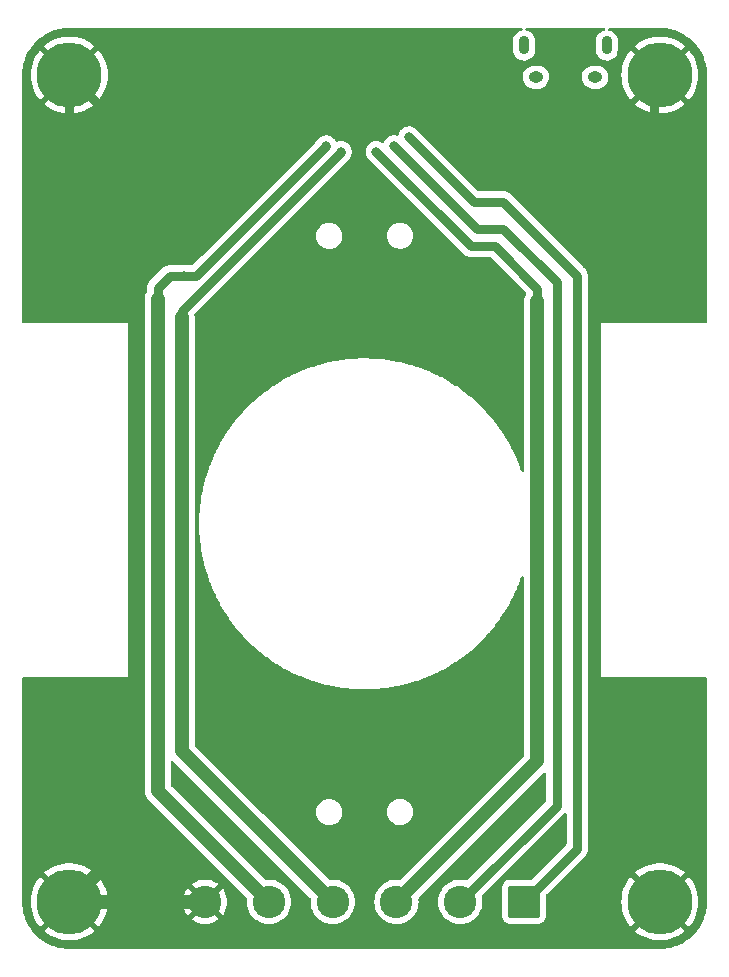
<source format=gbr>
%TF.GenerationSoftware,KiCad,Pcbnew,7.0.7-rc1*%
%TF.CreationDate,2024-03-12T16:10:36-04:00*%
%TF.ProjectId,Static,53746174-6963-42e6-9b69-6361645f7063,rev?*%
%TF.SameCoordinates,Original*%
%TF.FileFunction,Copper,L2,Bot*%
%TF.FilePolarity,Positive*%
%FSLAX46Y46*%
G04 Gerber Fmt 4.6, Leading zero omitted, Abs format (unit mm)*
G04 Created by KiCad (PCBNEW 7.0.7-rc1) date 2024-03-12 16:10:36*
%MOMM*%
%LPD*%
G01*
G04 APERTURE LIST*
G04 Aperture macros list*
%AMRoundRect*
0 Rectangle with rounded corners*
0 $1 Rounding radius*
0 $2 $3 $4 $5 $6 $7 $8 $9 X,Y pos of 4 corners*
0 Add a 4 corners polygon primitive as box body*
4,1,4,$2,$3,$4,$5,$6,$7,$8,$9,$2,$3,0*
0 Add four circle primitives for the rounded corners*
1,1,$1+$1,$2,$3*
1,1,$1+$1,$4,$5*
1,1,$1+$1,$6,$7*
1,1,$1+$1,$8,$9*
0 Add four rect primitives between the rounded corners*
20,1,$1+$1,$2,$3,$4,$5,0*
20,1,$1+$1,$4,$5,$6,$7,0*
20,1,$1+$1,$6,$7,$8,$9,0*
20,1,$1+$1,$8,$9,$2,$3,0*%
G04 Aperture macros list end*
%TA.AperFunction,ComponentPad*%
%ADD10O,0.890000X1.550000*%
%TD*%
%TA.AperFunction,ComponentPad*%
%ADD11O,1.250000X0.950000*%
%TD*%
%TA.AperFunction,ComponentPad*%
%ADD12RoundRect,0.250000X1.125000X1.125000X-1.125000X1.125000X-1.125000X-1.125000X1.125000X-1.125000X0*%
%TD*%
%TA.AperFunction,ComponentPad*%
%ADD13C,2.750000*%
%TD*%
%TA.AperFunction,ComponentPad*%
%ADD14C,5.500000*%
%TD*%
%TA.AperFunction,ViaPad*%
%ADD15C,0.800000*%
%TD*%
%TA.AperFunction,Conductor*%
%ADD16C,0.800000*%
%TD*%
%TA.AperFunction,Conductor*%
%ADD17C,1.200000*%
%TD*%
%TA.AperFunction,Conductor*%
%ADD18C,0.500000*%
%TD*%
G04 APERTURE END LIST*
D10*
%TO.P,J2,6,Shield*%
%TO.N,unconnected-(J2-Shield-Pad6)*%
X167750000Y-46000000D03*
D11*
X166750000Y-48700000D03*
X161750000Y-48700000D03*
D10*
X160750000Y-46000000D03*
%TD*%
D12*
%TO.P,J4,1,Pin_1*%
%TO.N,Net-(J1-Pin_1)*%
X160750000Y-118500000D03*
D13*
%TO.P,J4,2,Pin_2*%
%TO.N,Net-(J1-Pin_2)*%
X155350000Y-118500000D03*
%TO.P,J4,3,Pin_3*%
%TO.N,Net-(J1-Pin_3)*%
X149950000Y-118500000D03*
%TO.P,J4,4,Pin_4*%
%TO.N,Net-(J1-Pin_4)*%
X144550000Y-118500000D03*
%TO.P,J4,5,Pin_5*%
%TO.N,Net-(J1-Pin_5)*%
X139150000Y-118500000D03*
%TO.P,J4,6,Pin_6*%
%TO.N,GND*%
X133750000Y-118500000D03*
%TD*%
D14*
%TO.P,H2,1,1*%
%TO.N,GND*%
X172250000Y-118500000D03*
%TD*%
%TO.P,H1,1,1*%
%TO.N,GND*%
X122250000Y-118500000D03*
%TD*%
%TO.P,H3,1,1*%
%TO.N,GND*%
X122250000Y-48500000D03*
%TD*%
%TO.P,H4,1,1*%
%TO.N,GND*%
X172250000Y-48500000D03*
%TD*%
D15*
%TO.N,GND*%
X123250000Y-66500000D03*
X163250000Y-50750000D03*
X142750000Y-54000000D03*
%TO.N,Net-(J1-Pin_2)*%
X149750000Y-54500000D03*
%TO.N,Net-(J1-Pin_1)*%
X151000000Y-53750000D03*
%TO.N,Net-(J1-Pin_3)*%
X148250000Y-55000000D03*
%TO.N,Net-(J1-Pin_4)*%
X145250000Y-55000000D03*
%TO.N,Net-(J1-Pin_5)*%
X132000000Y-65500000D03*
X144000000Y-54500000D03*
%TD*%
D16*
%TO.N,GND*%
X127850000Y-63650000D02*
X127850000Y-69500000D01*
X122250000Y-48500000D02*
X124750000Y-51000000D01*
D17*
X125312500Y-66500000D02*
X123250000Y-66500000D01*
D16*
X171750000Y-53250000D02*
X171750000Y-49000000D01*
D17*
X126781250Y-67968750D02*
X125312500Y-66500000D01*
X127850000Y-69037500D02*
X126781250Y-67968750D01*
D16*
X128250000Y-63500000D02*
X122250000Y-57500000D01*
D17*
X122250000Y-118500000D02*
X133750000Y-118500000D01*
D16*
X128250000Y-63500000D02*
X128000000Y-63500000D01*
X133250000Y-63500000D02*
X128250000Y-63500000D01*
X124750000Y-51000000D02*
X151500000Y-51000000D01*
X151500000Y-51000000D02*
X153750000Y-53250000D01*
D18*
X163250000Y-50750000D02*
X170000000Y-50750000D01*
D17*
X127850000Y-112900000D02*
X127850000Y-69500000D01*
X127850000Y-69500000D02*
X127850000Y-69037500D01*
D16*
X128000000Y-63500000D02*
X127850000Y-63650000D01*
X142750000Y-54000000D02*
X133250000Y-63500000D01*
D18*
X170000000Y-50750000D02*
X172250000Y-48500000D01*
D17*
X122250000Y-118500000D02*
X127850000Y-112900000D01*
D16*
X153750000Y-53250000D02*
X171750000Y-53250000D01*
X171750000Y-49000000D02*
X172250000Y-48500000D01*
X122250000Y-57500000D02*
X122250000Y-48500000D01*
%TO.N,Net-(J1-Pin_2)*%
X149750000Y-54500000D02*
X156750000Y-61500000D01*
X159000000Y-61500000D02*
X163500000Y-66000000D01*
X163500000Y-66000000D02*
X163500000Y-110350000D01*
X163500000Y-110350000D02*
X155350000Y-118500000D01*
X156750000Y-61500000D02*
X159000000Y-61500000D01*
%TO.N,Net-(J1-Pin_1)*%
X165250000Y-101000000D02*
X165250000Y-65500000D01*
X165250000Y-65500000D02*
X159000000Y-59250000D01*
X159000000Y-59250000D02*
X156500000Y-59250000D01*
X156500000Y-59250000D02*
X151000000Y-53750000D01*
X160750000Y-118500000D02*
X165250000Y-114000000D01*
X165250000Y-114000000D02*
X165250000Y-101000000D01*
D17*
%TO.N,Net-(J1-Pin_3)*%
X161856655Y-106593345D02*
X161856655Y-67606655D01*
D16*
X158250000Y-63000000D02*
X161856655Y-66606655D01*
D17*
X149950000Y-118500000D02*
X161856655Y-106593345D01*
D16*
X148250000Y-55000000D02*
X156250000Y-63000000D01*
X161856655Y-66606655D02*
X161856655Y-67606655D01*
X156250000Y-63000000D02*
X158250000Y-63000000D01*
%TO.N,Net-(J1-Pin_4)*%
X145250000Y-55000000D02*
X131750000Y-68500000D01*
D17*
X144550000Y-118500000D02*
X131750000Y-105700000D01*
D16*
X131750000Y-68500000D02*
X131750000Y-69000000D01*
D17*
X131750000Y-105700000D02*
X131750000Y-69000000D01*
D16*
%TO.N,Net-(J1-Pin_5)*%
X144000000Y-54500000D02*
X133000000Y-65500000D01*
D17*
X129750000Y-67500000D02*
X129750000Y-109100000D01*
D16*
X132000000Y-65500000D02*
X130750000Y-65500000D01*
D17*
X139150000Y-118500000D02*
X129950000Y-109300000D01*
D16*
X129750000Y-66500000D02*
X129750000Y-67500000D01*
D17*
X129750000Y-109100000D02*
X129950000Y-109300000D01*
D16*
X133000000Y-65500000D02*
X132000000Y-65500000D01*
X130750000Y-65500000D02*
X129750000Y-66500000D01*
%TD*%
%TA.AperFunction,Conductor*%
%TO.N,GND*%
G36*
X160578931Y-44520185D02*
G01*
X160624686Y-44572989D01*
X160634630Y-44642147D01*
X160605605Y-44705703D01*
X160546827Y-44743477D01*
X160530669Y-44747070D01*
X160511793Y-44749961D01*
X160511781Y-44749964D01*
X160331464Y-44816746D01*
X160331460Y-44816748D01*
X160168267Y-44918467D01*
X160028895Y-45050949D01*
X159919041Y-45208781D01*
X159843209Y-45385491D01*
X159804500Y-45573851D01*
X159804500Y-46377951D01*
X159819077Y-46521310D01*
X159876641Y-46704777D01*
X159876648Y-46704792D01*
X159907608Y-46760572D01*
X159969966Y-46872920D01*
X159969969Y-46872923D01*
X159969970Y-46872925D01*
X160095220Y-47018825D01*
X160095221Y-47018826D01*
X160243195Y-47133365D01*
X160247285Y-47136531D01*
X160419929Y-47221217D01*
X160419933Y-47221218D01*
X160419931Y-47221218D01*
X160606078Y-47269415D01*
X160606081Y-47269415D01*
X160606087Y-47269417D01*
X160798136Y-47279156D01*
X160988214Y-47250037D01*
X161168540Y-47183252D01*
X161331731Y-47081534D01*
X161471106Y-46949049D01*
X161580958Y-46791219D01*
X161656791Y-46614508D01*
X161695500Y-46426148D01*
X161695500Y-45622050D01*
X161694011Y-45607402D01*
X161680922Y-45478689D01*
X161623358Y-45295222D01*
X161623356Y-45295218D01*
X161623355Y-45295214D01*
X161530034Y-45127080D01*
X161530029Y-45127074D01*
X161404779Y-44981174D01*
X161404778Y-44981173D01*
X161252718Y-44863471D01*
X161252716Y-44863470D01*
X161252715Y-44863469D01*
X161080071Y-44778783D01*
X161080069Y-44778782D01*
X161080066Y-44778781D01*
X161080068Y-44778781D01*
X160947824Y-44744541D01*
X160887858Y-44708681D01*
X160856800Y-44646094D01*
X160864509Y-44576651D01*
X160908538Y-44522400D01*
X160974908Y-44500564D01*
X160978905Y-44500500D01*
X167511892Y-44500500D01*
X167578931Y-44520185D01*
X167624686Y-44572989D01*
X167634630Y-44642147D01*
X167605605Y-44705703D01*
X167546827Y-44743477D01*
X167530669Y-44747070D01*
X167511793Y-44749961D01*
X167511781Y-44749964D01*
X167331464Y-44816746D01*
X167331460Y-44816748D01*
X167168267Y-44918467D01*
X167028895Y-45050949D01*
X166919041Y-45208781D01*
X166843209Y-45385491D01*
X166804500Y-45573851D01*
X166804500Y-46377951D01*
X166819077Y-46521310D01*
X166876641Y-46704777D01*
X166876648Y-46704792D01*
X166907608Y-46760572D01*
X166969966Y-46872920D01*
X166969969Y-46872923D01*
X166969970Y-46872925D01*
X167095220Y-47018825D01*
X167095221Y-47018826D01*
X167243195Y-47133365D01*
X167247285Y-47136531D01*
X167419929Y-47221217D01*
X167419933Y-47221218D01*
X167419931Y-47221218D01*
X167606078Y-47269415D01*
X167606081Y-47269415D01*
X167606087Y-47269417D01*
X167798136Y-47279156D01*
X167988214Y-47250037D01*
X168168540Y-47183252D01*
X168331731Y-47081534D01*
X168471106Y-46949049D01*
X168580958Y-46791219D01*
X168656791Y-46614508D01*
X168695500Y-46426148D01*
X168695500Y-45622050D01*
X168694011Y-45607402D01*
X168680922Y-45478689D01*
X168623358Y-45295222D01*
X168623356Y-45295218D01*
X168623355Y-45295214D01*
X168530034Y-45127080D01*
X168530029Y-45127074D01*
X168404779Y-44981174D01*
X168404778Y-44981173D01*
X168252718Y-44863471D01*
X168252716Y-44863470D01*
X168252715Y-44863469D01*
X168080071Y-44778783D01*
X168080069Y-44778782D01*
X168080066Y-44778781D01*
X168080068Y-44778781D01*
X167947824Y-44744541D01*
X167887858Y-44708681D01*
X167856800Y-44646094D01*
X167864509Y-44576651D01*
X167908538Y-44522400D01*
X167974908Y-44500564D01*
X167978905Y-44500500D01*
X172248560Y-44500500D01*
X172251423Y-44500566D01*
X172290986Y-44502394D01*
X172422950Y-44508495D01*
X172622549Y-44518302D01*
X172628048Y-44518819D01*
X172813357Y-44544668D01*
X172999828Y-44572329D01*
X173004871Y-44573294D01*
X173189341Y-44616681D01*
X173370221Y-44661989D01*
X173374797Y-44663327D01*
X173555568Y-44723916D01*
X173730339Y-44786450D01*
X173734471Y-44788100D01*
X173792986Y-44813936D01*
X173909474Y-44865370D01*
X174076973Y-44944592D01*
X174080601Y-44946457D01*
X174248128Y-45039770D01*
X174248142Y-45039778D01*
X174406964Y-45134972D01*
X174410119Y-45136996D01*
X174568603Y-45245559D01*
X174717377Y-45355897D01*
X174720001Y-45357957D01*
X174868027Y-45480876D01*
X175005321Y-45605314D01*
X175007514Y-45607402D01*
X175142596Y-45742484D01*
X175144687Y-45744680D01*
X175200320Y-45806061D01*
X175269129Y-45881980D01*
X175392034Y-46029989D01*
X175394109Y-46032632D01*
X175504443Y-46181400D01*
X175613002Y-46339879D01*
X175615032Y-46343044D01*
X175710221Y-46501857D01*
X175803527Y-46669371D01*
X175805410Y-46673034D01*
X175884638Y-46840547D01*
X175961899Y-47015527D01*
X175963558Y-47019685D01*
X176026093Y-47194459D01*
X176086662Y-47375173D01*
X176088018Y-47379812D01*
X176133317Y-47560654D01*
X176176696Y-47745090D01*
X176177672Y-47750189D01*
X176205337Y-47936689D01*
X176231177Y-48121933D01*
X176231697Y-48127459D01*
X176241512Y-48327238D01*
X176249434Y-48498575D01*
X176249500Y-48501439D01*
X176249500Y-69375500D01*
X176229815Y-69442539D01*
X176177011Y-69488294D01*
X176125500Y-69499500D01*
X167274760Y-69499500D01*
X167274554Y-69499459D01*
X167250000Y-69499459D01*
X167249901Y-69499500D01*
X167249617Y-69499616D01*
X167249615Y-69499618D01*
X167249459Y-69499999D01*
X167249476Y-69524616D01*
X167249471Y-69524616D01*
X167249500Y-69524759D01*
X167249500Y-99475467D01*
X167249416Y-99475889D01*
X167249459Y-99500001D01*
X167249500Y-99500099D01*
X167249616Y-99500382D01*
X167249618Y-99500384D01*
X167249808Y-99500462D01*
X167250000Y-99500541D01*
X167250002Y-99500539D01*
X167274616Y-99500524D01*
X167274616Y-99500528D01*
X167274760Y-99500500D01*
X176125500Y-99500500D01*
X176192539Y-99520185D01*
X176238294Y-99572989D01*
X176249500Y-99624500D01*
X176249500Y-118498560D01*
X176249434Y-118501424D01*
X176241512Y-118672761D01*
X176231697Y-118872539D01*
X176231177Y-118878065D01*
X176205337Y-119063310D01*
X176177672Y-119249809D01*
X176176696Y-119254908D01*
X176133317Y-119439345D01*
X176088018Y-119620186D01*
X176086662Y-119624825D01*
X176026093Y-119805540D01*
X175963557Y-119980314D01*
X175961899Y-119984470D01*
X175884638Y-120159452D01*
X175805410Y-120326964D01*
X175803527Y-120330627D01*
X175710221Y-120498142D01*
X175615032Y-120656954D01*
X175613002Y-120660118D01*
X175504437Y-120818608D01*
X175394121Y-120967350D01*
X175392021Y-120970025D01*
X175269132Y-121118016D01*
X175144695Y-121255310D01*
X175142596Y-121257514D01*
X175007514Y-121392596D01*
X175005310Y-121394695D01*
X174868016Y-121519132D01*
X174720025Y-121642021D01*
X174717350Y-121644121D01*
X174568608Y-121754437D01*
X174410118Y-121863002D01*
X174406954Y-121865032D01*
X174248142Y-121960221D01*
X174080627Y-122053527D01*
X174076964Y-122055410D01*
X173909452Y-122134638D01*
X173734470Y-122211899D01*
X173730314Y-122213557D01*
X173555540Y-122276093D01*
X173374825Y-122336662D01*
X173370186Y-122338018D01*
X173189345Y-122383317D01*
X173004908Y-122426696D01*
X172999809Y-122427672D01*
X172813310Y-122455337D01*
X172628065Y-122481177D01*
X172622539Y-122481697D01*
X172422761Y-122491512D01*
X172251424Y-122499434D01*
X172248560Y-122499500D01*
X122251440Y-122499500D01*
X122248576Y-122499434D01*
X122077238Y-122491512D01*
X121877459Y-122481697D01*
X121871933Y-122481177D01*
X121686689Y-122455337D01*
X121500189Y-122427672D01*
X121495090Y-122426696D01*
X121310654Y-122383317D01*
X121129812Y-122338018D01*
X121125173Y-122336662D01*
X120944459Y-122276093D01*
X120769685Y-122213558D01*
X120765527Y-122211899D01*
X120590547Y-122134638D01*
X120423034Y-122055410D01*
X120419371Y-122053527D01*
X120251857Y-121960221D01*
X120093044Y-121865032D01*
X120089879Y-121863002D01*
X119980371Y-121787989D01*
X119931392Y-121754437D01*
X119782632Y-121644109D01*
X119779989Y-121642034D01*
X119631980Y-121519129D01*
X119494688Y-121394695D01*
X119492484Y-121392596D01*
X119357402Y-121257514D01*
X119355314Y-121255321D01*
X119230867Y-121118016D01*
X119107957Y-120970001D01*
X119105897Y-120967377D01*
X118995559Y-120818603D01*
X118886995Y-120660118D01*
X118884966Y-120656954D01*
X118859539Y-120614532D01*
X118789778Y-120498142D01*
X118762261Y-120448740D01*
X118696457Y-120330601D01*
X118694588Y-120326964D01*
X118639443Y-120210370D01*
X118615370Y-120159474D01*
X118538100Y-119984471D01*
X118536450Y-119980339D01*
X118473906Y-119805540D01*
X118413327Y-119624797D01*
X118411989Y-119620221D01*
X118366675Y-119439315D01*
X118361402Y-119416895D01*
X118323294Y-119254871D01*
X118322329Y-119249828D01*
X118294662Y-119063310D01*
X118268819Y-118878048D01*
X118268302Y-118872549D01*
X118258487Y-118672761D01*
X118250566Y-118501423D01*
X118250533Y-118500002D01*
X118995227Y-118500002D01*
X119014306Y-118851900D01*
X119014308Y-118851917D01*
X119071319Y-119199667D01*
X119071325Y-119199693D01*
X119165600Y-119539243D01*
X119165602Y-119539250D01*
X119296043Y-119866634D01*
X119296052Y-119866652D01*
X119461124Y-120178011D01*
X119658896Y-120469702D01*
X119781914Y-120614532D01*
X120857413Y-119539032D01*
X120918736Y-119505547D01*
X120988427Y-119510531D01*
X121039381Y-119546179D01*
X121115130Y-119634870D01*
X121178855Y-119689296D01*
X121203816Y-119710615D01*
X121242009Y-119769122D01*
X121242507Y-119838990D01*
X121210965Y-119892586D01*
X120132625Y-120970926D01*
X120132625Y-120970928D01*
X120142900Y-120980660D01*
X120423460Y-121193938D01*
X120423464Y-121193941D01*
X120725445Y-121375635D01*
X121045273Y-121523603D01*
X121379256Y-121636136D01*
X121723437Y-121711896D01*
X122073788Y-121749999D01*
X122073795Y-121750000D01*
X122426205Y-121750000D01*
X122426211Y-121749999D01*
X122776562Y-121711896D01*
X123120743Y-121636136D01*
X123454726Y-121523603D01*
X123774554Y-121375635D01*
X124076535Y-121193941D01*
X124076539Y-121193938D01*
X124357093Y-120980665D01*
X124357105Y-120980654D01*
X124367373Y-120970927D01*
X124367373Y-120970926D01*
X123289033Y-119892586D01*
X123255548Y-119831263D01*
X123260532Y-119761571D01*
X123296180Y-119710617D01*
X123384870Y-119634870D01*
X123460617Y-119546180D01*
X123519121Y-119507990D01*
X123588989Y-119507490D01*
X123642586Y-119539033D01*
X124718084Y-120614532D01*
X124718085Y-120614531D01*
X124841102Y-120469704D01*
X125038875Y-120178011D01*
X125203947Y-119866652D01*
X125203956Y-119866634D01*
X125334397Y-119539250D01*
X125334399Y-119539243D01*
X125428674Y-119199693D01*
X125428680Y-119199667D01*
X125485691Y-118851917D01*
X125485693Y-118851900D01*
X125504773Y-118500002D01*
X125504773Y-118500001D01*
X131870211Y-118500001D01*
X131889345Y-118767523D01*
X131889346Y-118767530D01*
X131946354Y-119029593D01*
X132040084Y-119280894D01*
X132040086Y-119280898D01*
X132168617Y-119516285D01*
X132168622Y-119516293D01*
X132259180Y-119637264D01*
X132259181Y-119637265D01*
X132871739Y-119024706D01*
X132933062Y-118991221D01*
X133002753Y-118996205D01*
X133053928Y-119032111D01*
X133144713Y-119138991D01*
X133213348Y-119191166D01*
X133254805Y-119247407D01*
X133259275Y-119317134D01*
X133225988Y-119377563D01*
X132612733Y-119990817D01*
X132612734Y-119990818D01*
X132733706Y-120081377D01*
X132733714Y-120081382D01*
X132969101Y-120209913D01*
X132969105Y-120209915D01*
X133220406Y-120303645D01*
X133482469Y-120360653D01*
X133482476Y-120360654D01*
X133749999Y-120379789D01*
X133750001Y-120379789D01*
X134017523Y-120360654D01*
X134017530Y-120360653D01*
X134279593Y-120303645D01*
X134530894Y-120209915D01*
X134530898Y-120209913D01*
X134766294Y-120081377D01*
X134887264Y-119990818D01*
X134887265Y-119990817D01*
X134277468Y-119381021D01*
X134243983Y-119319698D01*
X134248967Y-119250007D01*
X134279875Y-119203316D01*
X134282645Y-119200691D01*
X134282650Y-119200689D01*
X134420825Y-119069804D01*
X134438652Y-119043510D01*
X134492566Y-118999068D01*
X134561949Y-118990830D01*
X134624771Y-119021409D01*
X134628968Y-119025415D01*
X135240817Y-119637265D01*
X135240818Y-119637264D01*
X135331377Y-119516294D01*
X135459913Y-119280898D01*
X135459915Y-119280894D01*
X135553645Y-119029593D01*
X135610653Y-118767530D01*
X135610654Y-118767523D01*
X135629789Y-118500001D01*
X135629789Y-118499998D01*
X135610654Y-118232476D01*
X135610653Y-118232469D01*
X135553645Y-117970406D01*
X135459915Y-117719105D01*
X135459913Y-117719101D01*
X135331382Y-117483714D01*
X135331377Y-117483706D01*
X135240818Y-117362734D01*
X135240817Y-117362733D01*
X134628259Y-117975292D01*
X134566936Y-118008777D01*
X134497244Y-118003793D01*
X134446070Y-117967887D01*
X134355288Y-117861010D01*
X134355287Y-117861009D01*
X134355286Y-117861008D01*
X134286648Y-117808831D01*
X134245192Y-117752590D01*
X134240723Y-117682864D01*
X134274010Y-117622435D01*
X134887265Y-117009181D01*
X134887264Y-117009180D01*
X134766293Y-116918622D01*
X134766285Y-116918617D01*
X134530898Y-116790086D01*
X134530894Y-116790084D01*
X134279593Y-116696354D01*
X134017530Y-116639346D01*
X134017523Y-116639345D01*
X133750001Y-116620211D01*
X133749999Y-116620211D01*
X133482476Y-116639345D01*
X133482469Y-116639346D01*
X133220406Y-116696354D01*
X132969105Y-116790084D01*
X132969101Y-116790086D01*
X132733714Y-116918617D01*
X132733706Y-116918622D01*
X132612733Y-117009180D01*
X133222530Y-117618977D01*
X133256015Y-117680300D01*
X133251031Y-117749992D01*
X133220124Y-117796681D01*
X133079175Y-117930195D01*
X133061346Y-117956492D01*
X133007431Y-118000933D01*
X132938049Y-118009170D01*
X132875227Y-117978589D01*
X132871032Y-117974585D01*
X132259180Y-117362733D01*
X132168622Y-117483706D01*
X132168617Y-117483714D01*
X132040086Y-117719101D01*
X132040084Y-117719105D01*
X131946354Y-117970406D01*
X131889346Y-118232469D01*
X131889345Y-118232476D01*
X131870211Y-118499998D01*
X131870211Y-118500001D01*
X125504773Y-118500001D01*
X125504773Y-118499997D01*
X125485693Y-118148099D01*
X125485691Y-118148082D01*
X125428680Y-117800332D01*
X125428674Y-117800306D01*
X125334399Y-117460756D01*
X125334397Y-117460749D01*
X125203956Y-117133365D01*
X125203947Y-117133347D01*
X125038875Y-116821988D01*
X124841099Y-116530291D01*
X124718085Y-116385467D01*
X124718084Y-116385466D01*
X123642586Y-117460965D01*
X123581263Y-117494450D01*
X123511571Y-117489466D01*
X123460615Y-117453816D01*
X123439296Y-117428855D01*
X123384870Y-117365130D01*
X123296179Y-117289381D01*
X123257989Y-117230878D01*
X123257489Y-117161010D01*
X123289032Y-117107413D01*
X124367374Y-116029072D01*
X124357099Y-116019340D01*
X124357087Y-116019330D01*
X124076539Y-115806061D01*
X124076535Y-115806058D01*
X123774554Y-115624364D01*
X123454726Y-115476396D01*
X123120743Y-115363863D01*
X122776562Y-115288103D01*
X122426211Y-115250000D01*
X122073788Y-115250000D01*
X121723437Y-115288103D01*
X121379256Y-115363863D01*
X121045273Y-115476396D01*
X120725445Y-115624364D01*
X120423464Y-115806058D01*
X120423460Y-115806061D01*
X120142906Y-116019334D01*
X120132625Y-116029071D01*
X120132625Y-116029073D01*
X121210966Y-117107413D01*
X121244451Y-117168736D01*
X121239467Y-117238428D01*
X121203817Y-117289384D01*
X121115130Y-117365130D01*
X121039384Y-117453817D01*
X120980877Y-117492010D01*
X120911009Y-117492508D01*
X120857413Y-117460966D01*
X119781914Y-116385466D01*
X119781913Y-116385466D01*
X119658896Y-116530296D01*
X119461124Y-116821988D01*
X119296052Y-117133347D01*
X119296043Y-117133365D01*
X119165602Y-117460749D01*
X119165600Y-117460756D01*
X119071325Y-117800306D01*
X119071319Y-117800332D01*
X119014308Y-118148082D01*
X119014306Y-118148099D01*
X118995227Y-118499997D01*
X118995227Y-118500002D01*
X118250533Y-118500002D01*
X118250500Y-118498560D01*
X118250500Y-109021135D01*
X128647311Y-109021135D01*
X128649500Y-109113083D01*
X128649500Y-109152420D01*
X128650536Y-109163287D01*
X128650799Y-109167700D01*
X128652206Y-109226793D01*
X128652313Y-109231245D01*
X128659931Y-109266267D01*
X128661064Y-109273535D01*
X128664472Y-109309217D01*
X128664473Y-109309225D01*
X128682380Y-109370209D01*
X128683475Y-109374498D01*
X128696985Y-109436608D01*
X128696988Y-109436615D01*
X128711093Y-109469556D01*
X128713589Y-109476498D01*
X128723681Y-109510869D01*
X128723683Y-109510874D01*
X128752814Y-109567381D01*
X128754701Y-109571385D01*
X128779718Y-109629807D01*
X128779721Y-109629812D01*
X128799807Y-109659489D01*
X128803568Y-109665829D01*
X128819988Y-109697681D01*
X128859289Y-109747656D01*
X128861901Y-109751232D01*
X128897520Y-109803861D01*
X128897526Y-109803868D01*
X128922859Y-109829201D01*
X128927758Y-109834721D01*
X128949905Y-109862883D01*
X128949909Y-109862887D01*
X128997951Y-109904516D01*
X129001191Y-109907533D01*
X137251289Y-118157631D01*
X137284774Y-118218954D01*
X137287292Y-118254158D01*
X137269709Y-118499998D01*
X137269709Y-118500001D01*
X137288848Y-118767594D01*
X137288849Y-118767601D01*
X137345872Y-119029734D01*
X137439627Y-119281102D01*
X137439629Y-119281106D01*
X137568195Y-119516556D01*
X137568200Y-119516564D01*
X137728964Y-119731321D01*
X137728980Y-119731339D01*
X137918660Y-119921019D01*
X137918678Y-119921035D01*
X138133435Y-120081799D01*
X138133443Y-120081804D01*
X138368893Y-120210370D01*
X138368897Y-120210372D01*
X138368899Y-120210373D01*
X138620261Y-120304126D01*
X138620264Y-120304126D01*
X138620265Y-120304127D01*
X138646399Y-120309812D01*
X138882407Y-120361152D01*
X139129385Y-120378816D01*
X139149999Y-120380291D01*
X139150000Y-120380291D01*
X139150001Y-120380291D01*
X139169139Y-120378922D01*
X139417593Y-120361152D01*
X139679739Y-120304126D01*
X139931101Y-120210373D01*
X140166562Y-120081801D01*
X140381329Y-119921029D01*
X140571029Y-119731329D01*
X140731801Y-119516562D01*
X140860373Y-119281101D01*
X140954126Y-119029739D01*
X141011152Y-118767593D01*
X141030291Y-118500000D01*
X141011152Y-118232407D01*
X140961475Y-118004044D01*
X140954127Y-117970265D01*
X140953884Y-117969614D01*
X140860373Y-117718899D01*
X140840696Y-117682864D01*
X140731804Y-117483443D01*
X140731799Y-117483435D01*
X140571035Y-117268678D01*
X140571019Y-117268660D01*
X140381339Y-117078980D01*
X140381321Y-117078964D01*
X140166564Y-116918200D01*
X140166556Y-116918195D01*
X139931106Y-116789629D01*
X139931102Y-116789627D01*
X139679734Y-116695872D01*
X139417601Y-116638849D01*
X139417594Y-116638848D01*
X139150001Y-116619709D01*
X139149999Y-116619709D01*
X138904158Y-116637292D01*
X138835885Y-116622440D01*
X138807631Y-116601289D01*
X130886819Y-108680477D01*
X130853334Y-108619154D01*
X130850500Y-108592796D01*
X130850500Y-106656203D01*
X130870185Y-106589164D01*
X130922989Y-106543409D01*
X130992147Y-106533465D01*
X131055703Y-106562490D01*
X131062166Y-106568508D01*
X138069296Y-113575638D01*
X142651289Y-118157631D01*
X142684774Y-118218954D01*
X142687292Y-118254158D01*
X142669709Y-118499998D01*
X142669709Y-118500001D01*
X142688848Y-118767594D01*
X142688849Y-118767601D01*
X142745872Y-119029734D01*
X142839627Y-119281102D01*
X142839629Y-119281106D01*
X142968195Y-119516556D01*
X142968200Y-119516564D01*
X143128964Y-119731321D01*
X143128980Y-119731339D01*
X143318660Y-119921019D01*
X143318678Y-119921035D01*
X143533435Y-120081799D01*
X143533443Y-120081804D01*
X143768893Y-120210370D01*
X143768897Y-120210372D01*
X143768899Y-120210373D01*
X144020261Y-120304126D01*
X144020264Y-120304126D01*
X144020265Y-120304127D01*
X144046399Y-120309812D01*
X144282407Y-120361152D01*
X144529385Y-120378816D01*
X144549999Y-120380291D01*
X144550000Y-120380291D01*
X144550001Y-120380291D01*
X144569140Y-120378922D01*
X144817593Y-120361152D01*
X145079739Y-120304126D01*
X145331101Y-120210373D01*
X145566562Y-120081801D01*
X145781329Y-119921029D01*
X145971029Y-119731329D01*
X146131801Y-119516562D01*
X146260373Y-119281101D01*
X146354126Y-119029739D01*
X146411152Y-118767593D01*
X146430291Y-118500000D01*
X146411152Y-118232407D01*
X146361475Y-118004044D01*
X146354127Y-117970265D01*
X146353884Y-117969614D01*
X146260373Y-117718899D01*
X146240696Y-117682864D01*
X146131804Y-117483443D01*
X146131799Y-117483435D01*
X145971035Y-117268678D01*
X145971019Y-117268660D01*
X145781339Y-117078980D01*
X145781321Y-117078964D01*
X145566564Y-116918200D01*
X145566556Y-116918195D01*
X145331106Y-116789629D01*
X145331102Y-116789627D01*
X145079734Y-116695872D01*
X144817601Y-116638849D01*
X144817594Y-116638848D01*
X144550001Y-116619709D01*
X144549999Y-116619709D01*
X144304158Y-116637292D01*
X144235885Y-116622440D01*
X144207631Y-116601289D01*
X138559722Y-110953380D01*
X138516342Y-110910000D01*
X143154785Y-110910000D01*
X143173602Y-111113082D01*
X143229417Y-111309247D01*
X143229422Y-111309260D01*
X143320327Y-111491821D01*
X143443237Y-111654581D01*
X143593958Y-111791980D01*
X143593960Y-111791982D01*
X143720148Y-111870113D01*
X143767363Y-111899348D01*
X143798863Y-111911551D01*
X143801927Y-111912844D01*
X143802002Y-111912870D01*
X143802004Y-111912871D01*
X143803021Y-111913223D01*
X143804499Y-111913735D01*
X143877113Y-111941865D01*
X143957544Y-111973024D01*
X143990395Y-111979165D01*
X143993608Y-111979854D01*
X144000070Y-111981422D01*
X144000075Y-111981424D01*
X144000079Y-111981424D01*
X144000081Y-111981425D01*
X144010493Y-111982922D01*
X144056035Y-111991435D01*
X144158024Y-112010500D01*
X144158026Y-112010500D01*
X144193437Y-112010500D01*
X144201643Y-112011086D01*
X144201649Y-112010972D01*
X144207537Y-112011252D01*
X144207541Y-112011253D01*
X144207544Y-112011252D01*
X144207548Y-112011253D01*
X144215954Y-112010853D01*
X144215964Y-112010855D01*
X144221938Y-112010570D01*
X144224891Y-112010500D01*
X144361975Y-112010500D01*
X144361976Y-112010500D01*
X144405198Y-112002420D01*
X144413646Y-112001435D01*
X144416902Y-112001280D01*
X144416904Y-112001279D01*
X144418781Y-112001190D01*
X144418827Y-112001185D01*
X144451914Y-111999608D01*
X144482294Y-111988008D01*
X144562456Y-111973024D01*
X144607381Y-111955619D01*
X144615145Y-111953186D01*
X144620593Y-111951865D01*
X144620596Y-111951863D01*
X144623340Y-111951198D01*
X144623370Y-111951190D01*
X144652586Y-111944101D01*
X144678999Y-111927875D01*
X144741313Y-111903735D01*
X144752635Y-111899349D01*
X144752640Y-111899346D01*
X144797244Y-111871728D01*
X144804092Y-111868064D01*
X144811251Y-111864795D01*
X144811254Y-111864792D01*
X144815575Y-111862820D01*
X144817528Y-111861928D01*
X144818782Y-111861747D01*
X144822029Y-111859872D01*
X144839245Y-111852010D01*
X144861028Y-111832234D01*
X144926041Y-111791981D01*
X144968053Y-111753681D01*
X144973809Y-111749036D01*
X144981985Y-111743215D01*
X144981989Y-111743210D01*
X144982077Y-111743148D01*
X144984906Y-111742168D01*
X144991622Y-111736350D01*
X145005296Y-111726612D01*
X145022053Y-111704453D01*
X145076764Y-111654579D01*
X145113691Y-111605678D01*
X145118278Y-111600278D01*
X145121207Y-111597203D01*
X145122284Y-111596074D01*
X145126302Y-111593752D01*
X145134799Y-111582949D01*
X145144839Y-111572419D01*
X145156455Y-111549050D01*
X145199673Y-111491821D01*
X145226822Y-111437297D01*
X145234339Y-111429189D01*
X145235541Y-111426187D01*
X145246342Y-111405235D01*
X145252993Y-111394884D01*
X145259607Y-111371455D01*
X145290582Y-111309250D01*
X145307598Y-111249443D01*
X145314343Y-111238750D01*
X145315596Y-111232253D01*
X145322240Y-111209626D01*
X145325947Y-111200365D01*
X145327948Y-111177921D01*
X145346397Y-111113083D01*
X145353368Y-111037845D01*
X145354217Y-111031880D01*
X145357510Y-111014799D01*
X145357510Y-111014794D01*
X145361179Y-110995758D01*
X145359173Y-110975195D01*
X145365215Y-110910000D01*
X145364288Y-110900000D01*
X149144785Y-110900000D01*
X149163602Y-111103082D01*
X149219417Y-111299247D01*
X149219422Y-111299260D01*
X149310327Y-111481821D01*
X149433237Y-111644581D01*
X149583958Y-111781980D01*
X149583960Y-111781982D01*
X149697060Y-111852010D01*
X149757363Y-111889348D01*
X149788863Y-111901551D01*
X149791927Y-111902844D01*
X149792002Y-111902870D01*
X149792004Y-111902871D01*
X149793021Y-111903223D01*
X149794499Y-111903735D01*
X149856808Y-111927873D01*
X149947544Y-111963024D01*
X149980395Y-111969165D01*
X149983608Y-111969854D01*
X149990070Y-111971422D01*
X149990075Y-111971424D01*
X149990079Y-111971424D01*
X149990081Y-111971425D01*
X150000493Y-111972922D01*
X150027696Y-111978007D01*
X150148024Y-112000500D01*
X150148026Y-112000500D01*
X150183437Y-112000500D01*
X150191643Y-112001086D01*
X150191649Y-112000972D01*
X150197537Y-112001252D01*
X150197541Y-112001253D01*
X150197544Y-112001252D01*
X150197548Y-112001253D01*
X150205954Y-112000853D01*
X150205964Y-112000855D01*
X150211938Y-112000570D01*
X150214891Y-112000500D01*
X150351975Y-112000500D01*
X150351976Y-112000500D01*
X150395198Y-111992420D01*
X150403646Y-111991435D01*
X150406902Y-111991280D01*
X150406904Y-111991279D01*
X150408781Y-111991190D01*
X150408827Y-111991185D01*
X150441914Y-111989608D01*
X150472294Y-111978008D01*
X150552456Y-111963024D01*
X150597381Y-111945619D01*
X150605145Y-111943186D01*
X150610593Y-111941865D01*
X150610596Y-111941863D01*
X150613340Y-111941198D01*
X150613370Y-111941190D01*
X150642586Y-111934101D01*
X150668999Y-111917875D01*
X150730030Y-111894232D01*
X150742635Y-111889349D01*
X150742640Y-111889346D01*
X150783893Y-111863802D01*
X150791801Y-111861552D01*
X150792965Y-111860880D01*
X150792408Y-111859988D01*
X150795827Y-111857852D01*
X150797829Y-111856774D01*
X150797672Y-111856430D01*
X150803786Y-111853638D01*
X150807528Y-111851928D01*
X150808782Y-111851747D01*
X150812029Y-111849872D01*
X150829245Y-111842010D01*
X150851028Y-111822234D01*
X150916041Y-111781981D01*
X150958053Y-111743681D01*
X150963809Y-111739036D01*
X150971985Y-111733215D01*
X150971989Y-111733210D01*
X150972077Y-111733148D01*
X150974906Y-111732168D01*
X150981622Y-111726350D01*
X150995296Y-111716612D01*
X151012053Y-111694453D01*
X151066764Y-111644579D01*
X151103691Y-111595678D01*
X151108278Y-111590278D01*
X151111207Y-111587203D01*
X151112284Y-111586074D01*
X151116302Y-111583752D01*
X151124799Y-111572949D01*
X151134839Y-111562419D01*
X151146455Y-111539050D01*
X151189673Y-111481821D01*
X151216822Y-111427297D01*
X151224339Y-111419189D01*
X151225541Y-111416187D01*
X151236342Y-111395235D01*
X151242993Y-111384884D01*
X151249607Y-111361455D01*
X151280582Y-111299250D01*
X151297598Y-111239443D01*
X151304343Y-111228750D01*
X151305596Y-111222253D01*
X151312240Y-111199626D01*
X151315947Y-111190365D01*
X151317948Y-111167921D01*
X151336397Y-111103083D01*
X151343368Y-111027845D01*
X151344217Y-111021880D01*
X151347510Y-111004799D01*
X151347510Y-111004794D01*
X151351179Y-110985758D01*
X151349173Y-110965195D01*
X151355215Y-110900000D01*
X151349173Y-110834804D01*
X151352180Y-110819433D01*
X151346147Y-110788132D01*
X151344219Y-110778127D01*
X151343368Y-110772148D01*
X151336397Y-110696917D01*
X151317948Y-110632076D01*
X151318091Y-110614986D01*
X151312239Y-110600369D01*
X151305597Y-110577746D01*
X151305152Y-110575440D01*
X151297599Y-110560558D01*
X151280582Y-110500750D01*
X151280581Y-110500747D01*
X151280580Y-110500744D01*
X151249608Y-110438546D01*
X151246365Y-110420359D01*
X151236342Y-110404762D01*
X151225891Y-110384490D01*
X151216824Y-110372705D01*
X151189673Y-110318179D01*
X151189670Y-110318175D01*
X151189669Y-110318173D01*
X151146456Y-110260949D01*
X151139456Y-110242420D01*
X151124797Y-110227047D01*
X151118144Y-110218588D01*
X151112316Y-110213957D01*
X151108299Y-110209744D01*
X151103692Y-110204322D01*
X151093043Y-110190220D01*
X151066766Y-110155422D01*
X151066764Y-110155420D01*
X151012055Y-110105547D01*
X151001101Y-110087519D01*
X150981623Y-110073649D01*
X150976369Y-110069096D01*
X150972065Y-110066842D01*
X150963832Y-110060978D01*
X150958024Y-110056291D01*
X150943766Y-110043293D01*
X150916041Y-110018019D01*
X150916034Y-110018015D01*
X150916032Y-110018013D01*
X150851029Y-109977765D01*
X150836113Y-109961124D01*
X150812029Y-109950126D01*
X150809533Y-109948685D01*
X150807586Y-109948097D01*
X150794104Y-109941940D01*
X150787214Y-109938253D01*
X150758789Y-109920653D01*
X150742637Y-109910652D01*
X150694805Y-109892122D01*
X150668993Y-109882122D01*
X150650320Y-109867772D01*
X150610264Y-109858055D01*
X150608216Y-109857558D01*
X150605155Y-109856815D01*
X150597370Y-109854375D01*
X150566645Y-109842473D01*
X150552456Y-109836976D01*
X150552447Y-109836974D01*
X150552446Y-109836974D01*
X150472284Y-109821988D01*
X150450247Y-109810783D01*
X150403641Y-109808563D01*
X150395191Y-109807577D01*
X150351980Y-109799500D01*
X150351976Y-109799500D01*
X150214834Y-109799500D01*
X150211884Y-109799430D01*
X150197540Y-109798746D01*
X150191649Y-109799028D01*
X150191643Y-109798913D01*
X150183437Y-109799500D01*
X150148024Y-109799500D01*
X150087999Y-109810720D01*
X150000491Y-109827078D01*
X149990072Y-109828576D01*
X149983593Y-109830148D01*
X149980373Y-109830839D01*
X149947548Y-109836975D01*
X149947538Y-109836977D01*
X149794496Y-109896266D01*
X149791915Y-109897159D01*
X149788811Y-109898468D01*
X149757363Y-109910651D01*
X149757361Y-109910652D01*
X149583957Y-110018020D01*
X149433237Y-110155418D01*
X149310327Y-110318178D01*
X149219422Y-110500739D01*
X149219417Y-110500752D01*
X149163602Y-110696917D01*
X149144785Y-110899999D01*
X149144785Y-110900000D01*
X145364288Y-110900000D01*
X145359173Y-110844804D01*
X145362180Y-110829433D01*
X145355582Y-110795201D01*
X145354219Y-110788127D01*
X145353368Y-110782148D01*
X145346397Y-110706917D01*
X145327948Y-110642076D01*
X145328091Y-110624986D01*
X145322239Y-110610369D01*
X145315597Y-110587746D01*
X145315152Y-110585440D01*
X145307599Y-110570558D01*
X145290582Y-110510750D01*
X145290581Y-110510747D01*
X145290580Y-110510744D01*
X145259608Y-110448546D01*
X145256365Y-110430359D01*
X145246342Y-110414762D01*
X145235891Y-110394490D01*
X145226824Y-110382705D01*
X145199673Y-110328179D01*
X145199670Y-110328175D01*
X145199669Y-110328173D01*
X145156456Y-110270949D01*
X145149456Y-110252420D01*
X145134797Y-110237047D01*
X145128144Y-110228588D01*
X145122316Y-110223957D01*
X145118299Y-110219744D01*
X145113692Y-110214322D01*
X145103043Y-110200220D01*
X145076766Y-110165422D01*
X145076764Y-110165420D01*
X145022055Y-110115547D01*
X145011101Y-110097519D01*
X144991623Y-110083649D01*
X144986369Y-110079096D01*
X144982065Y-110076842D01*
X144973832Y-110070978D01*
X144968024Y-110066291D01*
X144953766Y-110053293D01*
X144926041Y-110028019D01*
X144926034Y-110028015D01*
X144926032Y-110028013D01*
X144861029Y-109987765D01*
X144846113Y-109971124D01*
X144822029Y-109960126D01*
X144819533Y-109958685D01*
X144817586Y-109958097D01*
X144804104Y-109951940D01*
X144797214Y-109948253D01*
X144787018Y-109941940D01*
X144752637Y-109920652D01*
X144695373Y-109898468D01*
X144678993Y-109892122D01*
X144660320Y-109877772D01*
X144620264Y-109868055D01*
X144618216Y-109867558D01*
X144615155Y-109866815D01*
X144607370Y-109864375D01*
X144576645Y-109852473D01*
X144562456Y-109846976D01*
X144562447Y-109846974D01*
X144562446Y-109846974D01*
X144482284Y-109831988D01*
X144460247Y-109820783D01*
X144413641Y-109818563D01*
X144405191Y-109817577D01*
X144361980Y-109809500D01*
X144361976Y-109809500D01*
X144224834Y-109809500D01*
X144221884Y-109809430D01*
X144207540Y-109808746D01*
X144201649Y-109809028D01*
X144201643Y-109808913D01*
X144193437Y-109809500D01*
X144158024Y-109809500D01*
X144114816Y-109817577D01*
X144010491Y-109837078D01*
X144000072Y-109838576D01*
X143993593Y-109840148D01*
X143990373Y-109840839D01*
X143957548Y-109846975D01*
X143957538Y-109846977D01*
X143804496Y-109906266D01*
X143801915Y-109907159D01*
X143798811Y-109908468D01*
X143767363Y-109920651D01*
X143767361Y-109920652D01*
X143593957Y-110028020D01*
X143443237Y-110165418D01*
X143320327Y-110328178D01*
X143229422Y-110510739D01*
X143229417Y-110510752D01*
X143173602Y-110706917D01*
X143154785Y-110909999D01*
X143154785Y-110910000D01*
X138516342Y-110910000D01*
X132886816Y-105280473D01*
X132853333Y-105219153D01*
X132850500Y-105192804D01*
X132850500Y-86500000D01*
X133244537Y-86500000D01*
X133252481Y-86798310D01*
X133252481Y-86872751D01*
X133256443Y-86947091D01*
X133264387Y-87245396D01*
X133288194Y-87542846D01*
X133290621Y-87588379D01*
X133292158Y-87617203D01*
X133292159Y-87617209D01*
X133300073Y-87691245D01*
X133323881Y-87988688D01*
X133363486Y-88284450D01*
X133371401Y-88358490D01*
X133383244Y-88431996D01*
X133422850Y-88727762D01*
X133422851Y-88727763D01*
X133478142Y-89021002D01*
X133489983Y-89094496D01*
X133505720Y-89167264D01*
X133560775Y-89459251D01*
X133561013Y-89460510D01*
X133631835Y-89750404D01*
X133647573Y-89823172D01*
X133667156Y-89894980D01*
X133737977Y-90184866D01*
X133824131Y-90470591D01*
X133843715Y-90542401D01*
X133843715Y-90542402D01*
X133867094Y-90613074D01*
X133953246Y-90898787D01*
X134054477Y-91179499D01*
X134077860Y-91250181D01*
X134077860Y-91250182D01*
X134104976Y-91319531D01*
X134206206Y-91600237D01*
X134206205Y-91600236D01*
X134322232Y-91875161D01*
X134341734Y-91925037D01*
X134349341Y-91944491D01*
X134349349Y-91944510D01*
X134349349Y-91944509D01*
X134380108Y-92012296D01*
X134496138Y-92287228D01*
X134626644Y-92555612D01*
X134657404Y-92623399D01*
X134657405Y-92623399D01*
X134691717Y-92689432D01*
X134822223Y-92957814D01*
X134822222Y-92957814D01*
X134966819Y-93218856D01*
X134998619Y-93280053D01*
X135001146Y-93284915D01*
X135033773Y-93340286D01*
X135038940Y-93349055D01*
X135183539Y-93610100D01*
X135183539Y-93610101D01*
X135341815Y-93863061D01*
X135379616Y-93927213D01*
X135420773Y-93989254D01*
X135579053Y-94242221D01*
X135750557Y-94486384D01*
X135750575Y-94486410D01*
X135791731Y-94548450D01*
X135836124Y-94608203D01*
X136007650Y-94852399D01*
X136060185Y-94919313D01*
X136191921Y-95087108D01*
X136236323Y-95146873D01*
X136236332Y-95146885D01*
X136283850Y-95204199D01*
X136468119Y-95438905D01*
X136664635Y-95663491D01*
X136712142Y-95720793D01*
X136726614Y-95736470D01*
X136762639Y-95775495D01*
X136959144Y-96000067D01*
X137167329Y-96213870D01*
X137217827Y-96268571D01*
X137271167Y-96320510D01*
X137479349Y-96534309D01*
X137698612Y-96736723D01*
X137751955Y-96788665D01*
X137751954Y-96788664D01*
X137807975Y-96837683D01*
X138027238Y-97040098D01*
X138027239Y-97040098D01*
X138027243Y-97040102D01*
X138256981Y-97230570D01*
X138313002Y-97279590D01*
X138313001Y-97279589D01*
X138371543Y-97325551D01*
X138553508Y-97476411D01*
X138601282Y-97516019D01*
X138601285Y-97516021D01*
X138601292Y-97516027D01*
X138840816Y-97693979D01*
X138899380Y-97739957D01*
X138960304Y-97782751D01*
X138969544Y-97789616D01*
X139199833Y-97960707D01*
X139448487Y-98125658D01*
X139509427Y-98168463D01*
X139509432Y-98168466D01*
X139509433Y-98168467D01*
X139572555Y-98207961D01*
X139776135Y-98343011D01*
X139821219Y-98372919D01*
X140078297Y-98524400D01*
X140141413Y-98563892D01*
X140141414Y-98563892D01*
X140206549Y-98599972D01*
X140463645Y-98751465D01*
X140463645Y-98751464D01*
X140728458Y-98889068D01*
X140793561Y-98925131D01*
X140793565Y-98925133D01*
X140793576Y-98925139D01*
X140860514Y-98957688D01*
X141125313Y-99095285D01*
X141397042Y-99218586D01*
X141463997Y-99251144D01*
X141463998Y-99251144D01*
X141464004Y-99251147D01*
X141532599Y-99280096D01*
X141804337Y-99403401D01*
X142082261Y-99512071D01*
X142150848Y-99541018D01*
X142220890Y-99566276D01*
X142351325Y-99617278D01*
X142498801Y-99674943D01*
X142611498Y-99712224D01*
X142782141Y-99768676D01*
X142813720Y-99780064D01*
X142852145Y-99793922D01*
X142894848Y-99806797D01*
X142923397Y-99815405D01*
X143206736Y-99909139D01*
X143494649Y-99987655D01*
X143558851Y-100007015D01*
X143565914Y-100009145D01*
X143565913Y-100009145D01*
X143615914Y-100021360D01*
X143638232Y-100026812D01*
X143773406Y-100063675D01*
X143926121Y-100105323D01*
X143926129Y-100105324D01*
X143926130Y-100105325D01*
X144217795Y-100168403D01*
X144290119Y-100186073D01*
X144363266Y-100199864D01*
X144654946Y-100262946D01*
X144949564Y-100310413D01*
X144977109Y-100315607D01*
X145022709Y-100324206D01*
X145022714Y-100324206D01*
X145022716Y-100324207D01*
X145096500Y-100334086D01*
X145317923Y-100369761D01*
X145391115Y-100381554D01*
X145531385Y-100396548D01*
X145687823Y-100413271D01*
X145761627Y-100423155D01*
X145835844Y-100429095D01*
X146132559Y-100460814D01*
X146430576Y-100476697D01*
X146504757Y-100482636D01*
X146579153Y-100484616D01*
X146877167Y-100500500D01*
X146877170Y-100500500D01*
X147175573Y-100500500D01*
X147250000Y-100502482D01*
X147324427Y-100500500D01*
X147622830Y-100500500D01*
X147622833Y-100500500D01*
X147920849Y-100484616D01*
X147995243Y-100482636D01*
X148069426Y-100476697D01*
X148367441Y-100460814D01*
X148664170Y-100429093D01*
X148738373Y-100423155D01*
X148812154Y-100413274D01*
X149038800Y-100389045D01*
X149108885Y-100381554D01*
X149177562Y-100370488D01*
X149403497Y-100334087D01*
X149477284Y-100324207D01*
X149477285Y-100324206D01*
X149477291Y-100324206D01*
X149510639Y-100317917D01*
X149550426Y-100310414D01*
X149845054Y-100262946D01*
X150136722Y-100199866D01*
X150209881Y-100186073D01*
X150282193Y-100168405D01*
X150573870Y-100105325D01*
X150573870Y-100105324D01*
X150573879Y-100105323D01*
X150573878Y-100105323D01*
X150613772Y-100094443D01*
X150861782Y-100026808D01*
X150890117Y-100019886D01*
X150934092Y-100009144D01*
X150965183Y-99999767D01*
X151005330Y-99987661D01*
X151293264Y-99909139D01*
X151576633Y-99815395D01*
X151647853Y-99793922D01*
X151647854Y-99793921D01*
X151647854Y-99793922D01*
X151667066Y-99786993D01*
X151717845Y-99768680D01*
X151921610Y-99701271D01*
X152001199Y-99674943D01*
X152086193Y-99641708D01*
X152279132Y-99566267D01*
X152349152Y-99541018D01*
X152417742Y-99512070D01*
X152695660Y-99403402D01*
X152695660Y-99403403D01*
X152776582Y-99366682D01*
X152967410Y-99280091D01*
X153035996Y-99251147D01*
X153035997Y-99251146D01*
X153036010Y-99251141D01*
X153081063Y-99229232D01*
X153102939Y-99218593D01*
X153264107Y-99145461D01*
X153374688Y-99095285D01*
X153374687Y-99095285D01*
X153374691Y-99095283D01*
X153639512Y-98957674D01*
X153706439Y-98925131D01*
X153706440Y-98925131D01*
X153732890Y-98910478D01*
X153771532Y-98889072D01*
X154036355Y-98751464D01*
X154036355Y-98751465D01*
X154119121Y-98702694D01*
X154293473Y-98599958D01*
X154358572Y-98563900D01*
X154358573Y-98563900D01*
X154358586Y-98563892D01*
X154421703Y-98524400D01*
X154612910Y-98411731D01*
X154678781Y-98372919D01*
X154686410Y-98367858D01*
X154927464Y-98207948D01*
X154990573Y-98168463D01*
X155051494Y-98125670D01*
X155300164Y-97960709D01*
X155300167Y-97960707D01*
X155300176Y-97960701D01*
X155409208Y-97879695D01*
X155539704Y-97782745D01*
X155600623Y-97739955D01*
X155600624Y-97739954D01*
X155600630Y-97739950D01*
X155659183Y-97693979D01*
X155898717Y-97516020D01*
X155924894Y-97494316D01*
X156128472Y-97325537D01*
X156187002Y-97279586D01*
X156243019Y-97230570D01*
X156472757Y-97040102D01*
X156472762Y-97040098D01*
X156472761Y-97040098D01*
X156692040Y-96837668D01*
X156748049Y-96788661D01*
X156801388Y-96736723D01*
X157020652Y-96534308D01*
X157228855Y-96320486D01*
X157282172Y-96268572D01*
X157332648Y-96213892D01*
X157540852Y-96000071D01*
X157737367Y-95775486D01*
X157787846Y-95720806D01*
X157787846Y-95720805D01*
X157787858Y-95720793D01*
X157835356Y-95663500D01*
X158031881Y-95438905D01*
X158216149Y-95204199D01*
X158263677Y-95146873D01*
X158263677Y-95146874D01*
X158273574Y-95133551D01*
X158308079Y-95087106D01*
X158492343Y-94852407D01*
X158492344Y-94852407D01*
X158514624Y-94820686D01*
X158663881Y-94608195D01*
X158708269Y-94548450D01*
X158749398Y-94486447D01*
X158920947Y-94242221D01*
X159079234Y-93989241D01*
X159120386Y-93927209D01*
X159158167Y-93863089D01*
X159316461Y-93610100D01*
X159316461Y-93610101D01*
X159331811Y-93582388D01*
X159461080Y-93349017D01*
X159498852Y-93284919D01*
X159498852Y-93284920D01*
X159533181Y-93218855D01*
X159677773Y-92957821D01*
X159677777Y-92957814D01*
X159808286Y-92689424D01*
X159842610Y-92623370D01*
X159842610Y-92623369D01*
X159873355Y-92555612D01*
X160003859Y-92287235D01*
X160004902Y-92284764D01*
X160119897Y-92012283D01*
X160150654Y-91944503D01*
X160150653Y-91944503D01*
X160150659Y-91944492D01*
X160150659Y-91944491D01*
X160177767Y-91875161D01*
X160293792Y-91600242D01*
X160294577Y-91598066D01*
X160395026Y-91319523D01*
X160422134Y-91250194D01*
X160422136Y-91250193D01*
X160445522Y-91179499D01*
X160515508Y-90985430D01*
X160556768Y-90929044D01*
X160621962Y-90903916D01*
X160690393Y-90918023D01*
X160740334Y-90966887D01*
X160756155Y-91027496D01*
X160756155Y-106086140D01*
X160736470Y-106153179D01*
X160719836Y-106173821D01*
X150292367Y-116601289D01*
X150231044Y-116634774D01*
X150195840Y-116637292D01*
X149950001Y-116619709D01*
X149949999Y-116619709D01*
X149682405Y-116638848D01*
X149682398Y-116638849D01*
X149420265Y-116695872D01*
X149168897Y-116789627D01*
X149168893Y-116789629D01*
X148933443Y-116918195D01*
X148933435Y-116918200D01*
X148718678Y-117078964D01*
X148718660Y-117078980D01*
X148528980Y-117268660D01*
X148528964Y-117268678D01*
X148368200Y-117483435D01*
X148368195Y-117483443D01*
X148239629Y-117718893D01*
X148239627Y-117718897D01*
X148145872Y-117970265D01*
X148088849Y-118232398D01*
X148088848Y-118232405D01*
X148069709Y-118499998D01*
X148069709Y-118500001D01*
X148088848Y-118767594D01*
X148088849Y-118767601D01*
X148145872Y-119029734D01*
X148239627Y-119281102D01*
X148239629Y-119281106D01*
X148368195Y-119516556D01*
X148368200Y-119516564D01*
X148528964Y-119731321D01*
X148528980Y-119731339D01*
X148718660Y-119921019D01*
X148718678Y-119921035D01*
X148933435Y-120081799D01*
X148933443Y-120081804D01*
X149168893Y-120210370D01*
X149168897Y-120210372D01*
X149168899Y-120210373D01*
X149420261Y-120304126D01*
X149420264Y-120304126D01*
X149420265Y-120304127D01*
X149446399Y-120309812D01*
X149682407Y-120361152D01*
X149929385Y-120378816D01*
X149949999Y-120380291D01*
X149950000Y-120380291D01*
X149950001Y-120380291D01*
X149969139Y-120378922D01*
X150217593Y-120361152D01*
X150479739Y-120304126D01*
X150731101Y-120210373D01*
X150966562Y-120081801D01*
X151181329Y-119921029D01*
X151371029Y-119731329D01*
X151531801Y-119516562D01*
X151660373Y-119281101D01*
X151754126Y-119029739D01*
X151811152Y-118767593D01*
X151830291Y-118500000D01*
X151812707Y-118254155D01*
X151827559Y-118185885D01*
X151848707Y-118157633D01*
X162387818Y-107618522D01*
X162449142Y-107585037D01*
X162518834Y-107590021D01*
X162574767Y-107631893D01*
X162599184Y-107697357D01*
X162599500Y-107706203D01*
X162599500Y-109925638D01*
X162579815Y-109992677D01*
X162563181Y-110013319D01*
X155928345Y-116648154D01*
X155867022Y-116681639D01*
X155814306Y-116681639D01*
X155617601Y-116638849D01*
X155617594Y-116638848D01*
X155350001Y-116619709D01*
X155349999Y-116619709D01*
X155082405Y-116638848D01*
X155082398Y-116638849D01*
X154820265Y-116695872D01*
X154568897Y-116789627D01*
X154568893Y-116789629D01*
X154333443Y-116918195D01*
X154333435Y-116918200D01*
X154118678Y-117078964D01*
X154118660Y-117078980D01*
X153928980Y-117268660D01*
X153928964Y-117268678D01*
X153768200Y-117483435D01*
X153768195Y-117483443D01*
X153639629Y-117718893D01*
X153639627Y-117718897D01*
X153545872Y-117970265D01*
X153488849Y-118232398D01*
X153488848Y-118232405D01*
X153469709Y-118499998D01*
X153469709Y-118500001D01*
X153488848Y-118767594D01*
X153488849Y-118767601D01*
X153545872Y-119029734D01*
X153639627Y-119281102D01*
X153639629Y-119281106D01*
X153768195Y-119516556D01*
X153768200Y-119516564D01*
X153928964Y-119731321D01*
X153928980Y-119731339D01*
X154118660Y-119921019D01*
X154118678Y-119921035D01*
X154333435Y-120081799D01*
X154333443Y-120081804D01*
X154568893Y-120210370D01*
X154568897Y-120210372D01*
X154568899Y-120210373D01*
X154820261Y-120304126D01*
X154820264Y-120304126D01*
X154820265Y-120304127D01*
X154846399Y-120309812D01*
X155082407Y-120361152D01*
X155329385Y-120378816D01*
X155349999Y-120380291D01*
X155350000Y-120380291D01*
X155350001Y-120380291D01*
X155369140Y-120378922D01*
X155617593Y-120361152D01*
X155879739Y-120304126D01*
X156131101Y-120210373D01*
X156366562Y-120081801D01*
X156581329Y-119921029D01*
X156771029Y-119731329D01*
X156931801Y-119516562D01*
X157060373Y-119281101D01*
X157154126Y-119029739D01*
X157211152Y-118767593D01*
X157230291Y-118500000D01*
X157211152Y-118232407D01*
X157208606Y-118220706D01*
X157168360Y-118035691D01*
X157173344Y-117965999D01*
X157201843Y-117921654D01*
X164079742Y-111043756D01*
X164094525Y-111031130D01*
X164105871Y-111022888D01*
X164133348Y-110992370D01*
X164192834Y-110955721D01*
X164262691Y-110957050D01*
X164320740Y-110995935D01*
X164348551Y-111060031D01*
X164349500Y-111075341D01*
X164349500Y-113575638D01*
X164329815Y-113642677D01*
X164313181Y-113663319D01*
X161388318Y-116588181D01*
X161326995Y-116621666D01*
X161300637Y-116624500D01*
X159574998Y-116624500D01*
X159574981Y-116624501D01*
X159472203Y-116635000D01*
X159472200Y-116635001D01*
X159305668Y-116690185D01*
X159305663Y-116690187D01*
X159156342Y-116782289D01*
X159032289Y-116906342D01*
X158940187Y-117055663D01*
X158940185Y-117055666D01*
X158940186Y-117055666D01*
X158885001Y-117222203D01*
X158885001Y-117222204D01*
X158885000Y-117222204D01*
X158874500Y-117324983D01*
X158874500Y-119675001D01*
X158874501Y-119675018D01*
X158885000Y-119777796D01*
X158885001Y-119777799D01*
X158940185Y-119944331D01*
X158940187Y-119944336D01*
X158968857Y-119990817D01*
X159032288Y-120093656D01*
X159156344Y-120217712D01*
X159305666Y-120309814D01*
X159472203Y-120364999D01*
X159574991Y-120375500D01*
X161925008Y-120375499D01*
X162027797Y-120364999D01*
X162194334Y-120309814D01*
X162343656Y-120217712D01*
X162467712Y-120093656D01*
X162559814Y-119944334D01*
X162614999Y-119777797D01*
X162625500Y-119675009D01*
X162625499Y-118500002D01*
X168995227Y-118500002D01*
X169014306Y-118851900D01*
X169014308Y-118851917D01*
X169071319Y-119199667D01*
X169071325Y-119199693D01*
X169165600Y-119539243D01*
X169165602Y-119539250D01*
X169296043Y-119866634D01*
X169296052Y-119866652D01*
X169461124Y-120178011D01*
X169658896Y-120469702D01*
X169781914Y-120614532D01*
X170857413Y-119539032D01*
X170918736Y-119505547D01*
X170988427Y-119510531D01*
X171039381Y-119546179D01*
X171115130Y-119634870D01*
X171178855Y-119689296D01*
X171203816Y-119710615D01*
X171242009Y-119769122D01*
X171242507Y-119838990D01*
X171210965Y-119892586D01*
X170132625Y-120970926D01*
X170132625Y-120970928D01*
X170142900Y-120980660D01*
X170423460Y-121193938D01*
X170423464Y-121193941D01*
X170725445Y-121375635D01*
X171045273Y-121523603D01*
X171379256Y-121636136D01*
X171723437Y-121711896D01*
X172073788Y-121749999D01*
X172073795Y-121750000D01*
X172426205Y-121750000D01*
X172426211Y-121749999D01*
X172776562Y-121711896D01*
X173120743Y-121636136D01*
X173454726Y-121523603D01*
X173774554Y-121375635D01*
X174076535Y-121193941D01*
X174076539Y-121193938D01*
X174357093Y-120980665D01*
X174357105Y-120980654D01*
X174367373Y-120970927D01*
X174367373Y-120970926D01*
X173289033Y-119892586D01*
X173255548Y-119831263D01*
X173260532Y-119761571D01*
X173296180Y-119710617D01*
X173384870Y-119634870D01*
X173460617Y-119546180D01*
X173519121Y-119507990D01*
X173588989Y-119507490D01*
X173642586Y-119539033D01*
X174718084Y-120614532D01*
X174718085Y-120614531D01*
X174841102Y-120469704D01*
X175038875Y-120178011D01*
X175203947Y-119866652D01*
X175203956Y-119866634D01*
X175334397Y-119539250D01*
X175334399Y-119539243D01*
X175428674Y-119199693D01*
X175428680Y-119199667D01*
X175485691Y-118851917D01*
X175485693Y-118851900D01*
X175504773Y-118500002D01*
X175504773Y-118499997D01*
X175485693Y-118148099D01*
X175485691Y-118148082D01*
X175428680Y-117800332D01*
X175428674Y-117800306D01*
X175334399Y-117460756D01*
X175334397Y-117460749D01*
X175203956Y-117133365D01*
X175203947Y-117133347D01*
X175038875Y-116821988D01*
X174841099Y-116530291D01*
X174718085Y-116385467D01*
X174718084Y-116385466D01*
X173642586Y-117460965D01*
X173581263Y-117494450D01*
X173511571Y-117489466D01*
X173460615Y-117453816D01*
X173439296Y-117428855D01*
X173384870Y-117365130D01*
X173296179Y-117289381D01*
X173257989Y-117230878D01*
X173257489Y-117161010D01*
X173289032Y-117107413D01*
X174367374Y-116029072D01*
X174357099Y-116019340D01*
X174357087Y-116019330D01*
X174076539Y-115806061D01*
X174076535Y-115806058D01*
X173774554Y-115624364D01*
X173454726Y-115476396D01*
X173120743Y-115363863D01*
X172776562Y-115288103D01*
X172426211Y-115250000D01*
X172073788Y-115250000D01*
X171723437Y-115288103D01*
X171379256Y-115363863D01*
X171045273Y-115476396D01*
X170725445Y-115624364D01*
X170423464Y-115806058D01*
X170423460Y-115806061D01*
X170142906Y-116019334D01*
X170132625Y-116029071D01*
X170132625Y-116029073D01*
X171210966Y-117107413D01*
X171244451Y-117168736D01*
X171239467Y-117238428D01*
X171203817Y-117289384D01*
X171115130Y-117365130D01*
X171039384Y-117453817D01*
X170980877Y-117492010D01*
X170911009Y-117492508D01*
X170857413Y-117460966D01*
X169781914Y-116385466D01*
X169781913Y-116385466D01*
X169658896Y-116530296D01*
X169461124Y-116821988D01*
X169296052Y-117133347D01*
X169296043Y-117133365D01*
X169165602Y-117460749D01*
X169165600Y-117460756D01*
X169071325Y-117800306D01*
X169071319Y-117800332D01*
X169014308Y-118148082D01*
X169014306Y-118148099D01*
X168995227Y-118499997D01*
X168995227Y-118500002D01*
X162625499Y-118500002D01*
X162625499Y-117949359D01*
X162645184Y-117882321D01*
X162661813Y-117861684D01*
X165829737Y-114693760D01*
X165844525Y-114681130D01*
X165855871Y-114672888D01*
X165902347Y-114621270D01*
X165904570Y-114618928D01*
X165920119Y-114603380D01*
X165933982Y-114586260D01*
X165936049Y-114583841D01*
X165982533Y-114532216D01*
X165989538Y-114520080D01*
X166000570Y-114504031D01*
X166009381Y-114493151D01*
X166009383Y-114493149D01*
X166009382Y-114493148D01*
X166040934Y-114431222D01*
X166042425Y-114428476D01*
X166077179Y-114368284D01*
X166081510Y-114354950D01*
X166088956Y-114336976D01*
X166095320Y-114324488D01*
X166113304Y-114257368D01*
X166114216Y-114254295D01*
X166135674Y-114188256D01*
X166137138Y-114174313D01*
X166140683Y-114155187D01*
X166144313Y-114141646D01*
X166147947Y-114072284D01*
X166148201Y-114069064D01*
X166150499Y-114047199D01*
X166150500Y-114047191D01*
X166150500Y-114025201D01*
X166150585Y-114021956D01*
X166154219Y-113952612D01*
X166152027Y-113938772D01*
X166150500Y-113919373D01*
X166150500Y-65580626D01*
X166152027Y-65561225D01*
X166154219Y-65547388D01*
X166150584Y-65478040D01*
X166150500Y-65474797D01*
X166150500Y-65452809D01*
X166150499Y-65452800D01*
X166148201Y-65430936D01*
X166147947Y-65427720D01*
X166144313Y-65358355D01*
X166140685Y-65344814D01*
X166137139Y-65325688D01*
X166135674Y-65311744D01*
X166114209Y-65245682D01*
X166113296Y-65242601D01*
X166095320Y-65175512D01*
X166088956Y-65163022D01*
X166081511Y-65145050D01*
X166077179Y-65131716D01*
X166042453Y-65071569D01*
X166040903Y-65068714D01*
X166009383Y-65006851D01*
X166000557Y-64995952D01*
X165989540Y-64979920D01*
X165987065Y-64975633D01*
X165982533Y-64967784D01*
X165939742Y-64920260D01*
X165936058Y-64916168D01*
X165933964Y-64913716D01*
X165920120Y-64896620D01*
X165904568Y-64881068D01*
X165902348Y-64878730D01*
X165867337Y-64839846D01*
X165855874Y-64827115D01*
X165855869Y-64827110D01*
X165844529Y-64818871D01*
X165829736Y-64806236D01*
X159693764Y-58670265D01*
X159681126Y-58655468D01*
X159672887Y-58644128D01*
X159621277Y-58597657D01*
X159618922Y-58595423D01*
X159603382Y-58579882D01*
X159586295Y-58566043D01*
X159583831Y-58563939D01*
X159532220Y-58517470D01*
X159532213Y-58517465D01*
X159520070Y-58510454D01*
X159504043Y-58499438D01*
X159493153Y-58490620D01*
X159493151Y-58490619D01*
X159493149Y-58490617D01*
X159474259Y-58480992D01*
X159431266Y-58459085D01*
X159428414Y-58457537D01*
X159368282Y-58422820D01*
X159354949Y-58418488D01*
X159336978Y-58411043D01*
X159324498Y-58404684D01*
X159324486Y-58404679D01*
X159257409Y-58386705D01*
X159254309Y-58385787D01*
X159188256Y-58364326D01*
X159188251Y-58364325D01*
X159188249Y-58364325D01*
X159174314Y-58362860D01*
X159155189Y-58359315D01*
X159141653Y-58355688D01*
X159141643Y-58355686D01*
X159072290Y-58352051D01*
X159069059Y-58351797D01*
X159054537Y-58350271D01*
X159047192Y-58349500D01*
X159047189Y-58349500D01*
X159025203Y-58349500D01*
X159021959Y-58349415D01*
X158952612Y-58345781D01*
X158952611Y-58345781D01*
X158938772Y-58347973D01*
X158919373Y-58349500D01*
X156924362Y-58349500D01*
X156857323Y-58329815D01*
X156836681Y-58313181D01*
X151654576Y-53131077D01*
X151652356Y-53128739D01*
X151605871Y-53077112D01*
X151577147Y-53056243D01*
X151549698Y-53036300D01*
X151547122Y-53034324D01*
X151514144Y-53007619D01*
X151493149Y-52990617D01*
X151492514Y-52990293D01*
X151480652Y-52984249D01*
X151464068Y-52974086D01*
X151452729Y-52965848D01*
X151389306Y-52937610D01*
X151386377Y-52936213D01*
X151324487Y-52904679D01*
X151310950Y-52901052D01*
X151292605Y-52894556D01*
X151279803Y-52888855D01*
X151211881Y-52874418D01*
X151208726Y-52873660D01*
X151141645Y-52855686D01*
X151141647Y-52855686D01*
X151127638Y-52854952D01*
X151108357Y-52852413D01*
X151094650Y-52849500D01*
X151094646Y-52849500D01*
X151025203Y-52849500D01*
X151021959Y-52849415D01*
X150952612Y-52845781D01*
X150952611Y-52845781D01*
X150938772Y-52847973D01*
X150919373Y-52849500D01*
X150905354Y-52849500D01*
X150840709Y-52863240D01*
X150837422Y-52863939D01*
X150834231Y-52864530D01*
X150765658Y-52875391D01*
X150765645Y-52875394D01*
X150752556Y-52880418D01*
X150733918Y-52885938D01*
X150720202Y-52888854D01*
X150720194Y-52888856D01*
X150656753Y-52917102D01*
X150653755Y-52918344D01*
X150588932Y-52943228D01*
X150588926Y-52943231D01*
X150577172Y-52950864D01*
X150560085Y-52960142D01*
X150547274Y-52965846D01*
X150547266Y-52965851D01*
X150491082Y-53006670D01*
X150488409Y-53008507D01*
X150430177Y-53046323D01*
X150430176Y-53046323D01*
X150420256Y-53056243D01*
X150405472Y-53068870D01*
X150394129Y-53077111D01*
X150394126Y-53077114D01*
X150347657Y-53128722D01*
X150345424Y-53131076D01*
X150296323Y-53180178D01*
X150288687Y-53191936D01*
X150276850Y-53207361D01*
X150267473Y-53217775D01*
X150267465Y-53217786D01*
X150232746Y-53277920D01*
X150231051Y-53280685D01*
X150193228Y-53338929D01*
X150193228Y-53338930D01*
X150188204Y-53352018D01*
X150179832Y-53369571D01*
X150172819Y-53381717D01*
X150151353Y-53447783D01*
X150150270Y-53450842D01*
X150125394Y-53515645D01*
X150125392Y-53515653D01*
X150123841Y-53525444D01*
X150093909Y-53588578D01*
X150034596Y-53625506D01*
X149975586Y-53627331D01*
X149961881Y-53624417D01*
X149958726Y-53623660D01*
X149891645Y-53605686D01*
X149891647Y-53605686D01*
X149877638Y-53604952D01*
X149858357Y-53602413D01*
X149844650Y-53599500D01*
X149844646Y-53599500D01*
X149775203Y-53599500D01*
X149771959Y-53599415D01*
X149702612Y-53595781D01*
X149702611Y-53595781D01*
X149688772Y-53597973D01*
X149669373Y-53599500D01*
X149655354Y-53599500D01*
X149590709Y-53613240D01*
X149587422Y-53613939D01*
X149584231Y-53614530D01*
X149515658Y-53625391D01*
X149515645Y-53625394D01*
X149502556Y-53630418D01*
X149483918Y-53635938D01*
X149470202Y-53638854D01*
X149470194Y-53638856D01*
X149406753Y-53667102D01*
X149403755Y-53668344D01*
X149338932Y-53693228D01*
X149338926Y-53693231D01*
X149327172Y-53700864D01*
X149310085Y-53710142D01*
X149297274Y-53715846D01*
X149297266Y-53715851D01*
X149241082Y-53756670D01*
X149238409Y-53758507D01*
X149180177Y-53796323D01*
X149180176Y-53796323D01*
X149170256Y-53806243D01*
X149155472Y-53818870D01*
X149144129Y-53827111D01*
X149144126Y-53827114D01*
X149097657Y-53878722D01*
X149095424Y-53881076D01*
X149046323Y-53930178D01*
X149038687Y-53941936D01*
X149026850Y-53957361D01*
X149017473Y-53967775D01*
X149017465Y-53967786D01*
X148982746Y-54027920D01*
X148981051Y-54030685D01*
X148943228Y-54088929D01*
X148943228Y-54088930D01*
X148938204Y-54102018D01*
X148929832Y-54119571D01*
X148922819Y-54131718D01*
X148911805Y-54165615D01*
X148872367Y-54223290D01*
X148808008Y-54250487D01*
X148739161Y-54238571D01*
X148737567Y-54237773D01*
X148730643Y-54234244D01*
X148714068Y-54224086D01*
X148702729Y-54215848D01*
X148639306Y-54187610D01*
X148636377Y-54186213D01*
X148574487Y-54154679D01*
X148560950Y-54151052D01*
X148542605Y-54144556D01*
X148529803Y-54138855D01*
X148461881Y-54124418D01*
X148458726Y-54123660D01*
X148391645Y-54105686D01*
X148391647Y-54105686D01*
X148377638Y-54104952D01*
X148358357Y-54102413D01*
X148344650Y-54099500D01*
X148344646Y-54099500D01*
X148275203Y-54099500D01*
X148271959Y-54099415D01*
X148202612Y-54095781D01*
X148202611Y-54095781D01*
X148188772Y-54097973D01*
X148169373Y-54099500D01*
X148155354Y-54099500D01*
X148090709Y-54113240D01*
X148087422Y-54113939D01*
X148084231Y-54114530D01*
X148015658Y-54125391D01*
X148015645Y-54125394D01*
X148002556Y-54130418D01*
X147983918Y-54135938D01*
X147970202Y-54138854D01*
X147970194Y-54138856D01*
X147906753Y-54167102D01*
X147903755Y-54168344D01*
X147838932Y-54193228D01*
X147838926Y-54193231D01*
X147827172Y-54200864D01*
X147810085Y-54210142D01*
X147797274Y-54215846D01*
X147797266Y-54215851D01*
X147741082Y-54256670D01*
X147738409Y-54258507D01*
X147680177Y-54296323D01*
X147680176Y-54296323D01*
X147670256Y-54306243D01*
X147655472Y-54318870D01*
X147644129Y-54327111D01*
X147644126Y-54327114D01*
X147597657Y-54378722D01*
X147595424Y-54381076D01*
X147546323Y-54430178D01*
X147538687Y-54441936D01*
X147526850Y-54457361D01*
X147517473Y-54467775D01*
X147517465Y-54467786D01*
X147482746Y-54527920D01*
X147481051Y-54530685D01*
X147443228Y-54588929D01*
X147443228Y-54588930D01*
X147438204Y-54602018D01*
X147429832Y-54619571D01*
X147422819Y-54631717D01*
X147401353Y-54697783D01*
X147400270Y-54700842D01*
X147375394Y-54765645D01*
X147375392Y-54765650D01*
X147373199Y-54779496D01*
X147368660Y-54798402D01*
X147364325Y-54811743D01*
X147357065Y-54880816D01*
X147356641Y-54884033D01*
X147345781Y-54952611D01*
X147346514Y-54966610D01*
X147346005Y-54986053D01*
X147344540Y-54999996D01*
X147344540Y-54999999D01*
X147351797Y-55069059D01*
X147352052Y-55072294D01*
X147355686Y-55141643D01*
X147355688Y-55141653D01*
X147359315Y-55155189D01*
X147362860Y-55174314D01*
X147362862Y-55174329D01*
X147364326Y-55188256D01*
X147364328Y-55188262D01*
X147385784Y-55254298D01*
X147386705Y-55257409D01*
X147404679Y-55324486D01*
X147404684Y-55324498D01*
X147411043Y-55336978D01*
X147418488Y-55354949D01*
X147422820Y-55368282D01*
X147457537Y-55428414D01*
X147459085Y-55431266D01*
X147480992Y-55474259D01*
X147490617Y-55493149D01*
X147490619Y-55493151D01*
X147490620Y-55493153D01*
X147499438Y-55504043D01*
X147510454Y-55520070D01*
X147517465Y-55532213D01*
X147517470Y-55532220D01*
X147563939Y-55583831D01*
X147566043Y-55586295D01*
X147579882Y-55603382D01*
X147595423Y-55618922D01*
X147597657Y-55621277D01*
X147644128Y-55672887D01*
X147655468Y-55681126D01*
X147670265Y-55693764D01*
X155556235Y-63579734D01*
X155568872Y-63594529D01*
X155577113Y-63605872D01*
X155628722Y-63652341D01*
X155631078Y-63654577D01*
X155646619Y-63670118D01*
X155663702Y-63683952D01*
X155666170Y-63686060D01*
X155717781Y-63732531D01*
X155717782Y-63732531D01*
X155717784Y-63732533D01*
X155729918Y-63739538D01*
X155745955Y-63750560D01*
X155756849Y-63759382D01*
X155756851Y-63759383D01*
X155818747Y-63790920D01*
X155821552Y-63792443D01*
X155840998Y-63803670D01*
X155881707Y-63827175D01*
X155881715Y-63827178D01*
X155881716Y-63827179D01*
X155895046Y-63831510D01*
X155913019Y-63838954D01*
X155925512Y-63845320D01*
X155992590Y-63863292D01*
X155995699Y-63864214D01*
X156008933Y-63868514D01*
X156061744Y-63885674D01*
X156072116Y-63886763D01*
X156075684Y-63887139D01*
X156094825Y-63890687D01*
X156108348Y-63894311D01*
X156108354Y-63894312D01*
X156177711Y-63897946D01*
X156180921Y-63898199D01*
X156202808Y-63900500D01*
X156224803Y-63900500D01*
X156228046Y-63900584D01*
X156297388Y-63904219D01*
X156311227Y-63902027D01*
X156330627Y-63900500D01*
X157825639Y-63900500D01*
X157892678Y-63920185D01*
X157913320Y-63936819D01*
X160882624Y-66906123D01*
X160916109Y-66967446D01*
X160911125Y-67037138D01*
X160899260Y-67060841D01*
X160874043Y-67100080D01*
X160795929Y-67295199D01*
X160756155Y-67501569D01*
X160756155Y-81972502D01*
X160736470Y-82039541D01*
X160683666Y-82085296D01*
X160614508Y-82095240D01*
X160550952Y-82066215D01*
X160515508Y-82014568D01*
X160445522Y-81820500D01*
X160422138Y-81749812D01*
X160395023Y-81680468D01*
X160293792Y-81399758D01*
X160177768Y-81124839D01*
X160166283Y-81095468D01*
X160150654Y-81055497D01*
X160150648Y-81055484D01*
X160150649Y-81055484D01*
X160136347Y-81023968D01*
X160119892Y-80987703D01*
X160003862Y-80712772D01*
X159873356Y-80444387D01*
X159842596Y-80376601D01*
X159808282Y-80310567D01*
X159677777Y-80042186D01*
X159677778Y-80042187D01*
X159533180Y-79781143D01*
X159498856Y-79715088D01*
X159498854Y-79715085D01*
X159461054Y-79650935D01*
X159316461Y-79389900D01*
X159316461Y-79389899D01*
X159158184Y-79136938D01*
X159120392Y-79072800D01*
X159079226Y-79010745D01*
X158920947Y-78757779D01*
X158749420Y-78513582D01*
X158708264Y-78451543D01*
X158708264Y-78451542D01*
X158663875Y-78391796D01*
X158492344Y-78147593D01*
X158492343Y-78147593D01*
X158308078Y-77912892D01*
X158263674Y-77853123D01*
X158263673Y-77853122D01*
X158263668Y-77853115D01*
X158216143Y-77795793D01*
X158031877Y-77561090D01*
X157835375Y-77336521D01*
X157787862Y-77279212D01*
X157787858Y-77279207D01*
X157772848Y-77262947D01*
X157737360Y-77224504D01*
X157540856Y-76999933D01*
X157332670Y-76786129D01*
X157282173Y-76731429D01*
X157228832Y-76679489D01*
X157020651Y-76465691D01*
X156801387Y-76263276D01*
X156748045Y-76211335D01*
X156748046Y-76211335D01*
X156692024Y-76162316D01*
X156472762Y-75959902D01*
X156472761Y-75959902D01*
X156472757Y-75959898D01*
X156243015Y-75769426D01*
X156187002Y-75720414D01*
X156173442Y-75709768D01*
X156128455Y-75674448D01*
X155898708Y-75483973D01*
X155659183Y-75306020D01*
X155600624Y-75260046D01*
X155600623Y-75260045D01*
X155600617Y-75260041D01*
X155600611Y-75260036D01*
X155600612Y-75260036D01*
X155539696Y-75217248D01*
X155306731Y-75044170D01*
X155300164Y-75039291D01*
X155298508Y-75038192D01*
X155051512Y-74874340D01*
X154990586Y-74831545D01*
X154927440Y-74792035D01*
X154678781Y-74627081D01*
X154421702Y-74475599D01*
X154358579Y-74436103D01*
X154293451Y-74400027D01*
X154036369Y-74248544D01*
X154036370Y-74248544D01*
X154036359Y-74248538D01*
X153929703Y-74193116D01*
X153771564Y-74110942D01*
X153706439Y-74074868D01*
X153706439Y-74074869D01*
X153639485Y-74042311D01*
X153385012Y-73910080D01*
X153374691Y-73904717D01*
X153374687Y-73904715D01*
X153102956Y-73781413D01*
X153035996Y-73748853D01*
X152967397Y-73719902D01*
X152695663Y-73596599D01*
X152695660Y-73596597D01*
X152417751Y-73487933D01*
X152349157Y-73458984D01*
X152349155Y-73458983D01*
X152349152Y-73458982D01*
X152279109Y-73433723D01*
X152001197Y-73325057D01*
X152001192Y-73325055D01*
X152001193Y-73325055D01*
X151717871Y-73231328D01*
X151647850Y-73206077D01*
X151576591Y-73184590D01*
X151448401Y-73142182D01*
X151293264Y-73090861D01*
X151005381Y-73012352D01*
X150934099Y-72990859D01*
X150934100Y-72990859D01*
X150934094Y-72990857D01*
X150934089Y-72990856D01*
X150907176Y-72984281D01*
X150861760Y-72973185D01*
X150573878Y-72894677D01*
X150573879Y-72894677D01*
X150282218Y-72831599D01*
X150234584Y-72819962D01*
X150209881Y-72813927D01*
X150209876Y-72813926D01*
X150136706Y-72800129D01*
X149945849Y-72758853D01*
X149845054Y-72737054D01*
X149845048Y-72737053D01*
X149550460Y-72689590D01*
X149477285Y-72675793D01*
X149403474Y-72665909D01*
X149108885Y-72618446D01*
X148812181Y-72586728D01*
X148738368Y-72576844D01*
X148714864Y-72574963D01*
X148664147Y-72570903D01*
X148410452Y-72543783D01*
X148367441Y-72539186D01*
X148250055Y-72532929D01*
X148069453Y-72523303D01*
X148021915Y-72519498D01*
X147995243Y-72517364D01*
X147966953Y-72516610D01*
X147920824Y-72515382D01*
X147705548Y-72503908D01*
X147622833Y-72499500D01*
X147324393Y-72499500D01*
X147250000Y-72497519D01*
X147175607Y-72499500D01*
X146877167Y-72499500D01*
X146804532Y-72503371D01*
X146579175Y-72515382D01*
X146531589Y-72516649D01*
X146504757Y-72517364D01*
X146479592Y-72519378D01*
X146430546Y-72523303D01*
X146245798Y-72533150D01*
X146132559Y-72539186D01*
X146093704Y-72543339D01*
X145835852Y-72570903D01*
X145783735Y-72575075D01*
X145761632Y-72576844D01*
X145687818Y-72586728D01*
X145391115Y-72618446D01*
X145096525Y-72665909D01*
X145022715Y-72675793D01*
X144949539Y-72689590D01*
X144654952Y-72737053D01*
X144654946Y-72737054D01*
X144574384Y-72754477D01*
X144363293Y-72800129D01*
X144290128Y-72813925D01*
X144290126Y-72813925D01*
X144290119Y-72813927D01*
X144266537Y-72819688D01*
X144217780Y-72831599D01*
X143926121Y-72894677D01*
X143638239Y-72973185D01*
X143586756Y-72985763D01*
X143565911Y-72990856D01*
X143565905Y-72990857D01*
X143565900Y-72990859D01*
X143494631Y-73012349D01*
X143430748Y-73029770D01*
X143206736Y-73090861D01*
X143105690Y-73124288D01*
X142923408Y-73184590D01*
X142852156Y-73206075D01*
X142852157Y-73206075D01*
X142852147Y-73206078D01*
X142810257Y-73221184D01*
X142782128Y-73231328D01*
X142498807Y-73325055D01*
X142498808Y-73325055D01*
X142220889Y-73433723D01*
X142150848Y-73458982D01*
X142150849Y-73458981D01*
X142082248Y-73487933D01*
X141804340Y-73596597D01*
X141804337Y-73596599D01*
X141671163Y-73657028D01*
X141532602Y-73719902D01*
X141464004Y-73748853D01*
X141397043Y-73781413D01*
X141256660Y-73845114D01*
X141125309Y-73904717D01*
X141077472Y-73929574D01*
X140860515Y-74042310D01*
X140793547Y-74074876D01*
X140793546Y-74074877D01*
X140728435Y-74110943D01*
X140604118Y-74175542D01*
X140463641Y-74248538D01*
X140463629Y-74248544D01*
X140463631Y-74248544D01*
X140206549Y-74400027D01*
X140157397Y-74427254D01*
X140141419Y-74436105D01*
X140141414Y-74436107D01*
X140141416Y-74436107D01*
X140078297Y-74475599D01*
X139821214Y-74627084D01*
X139821215Y-74627084D01*
X139572559Y-74792035D01*
X139532786Y-74816921D01*
X139509427Y-74831537D01*
X139509423Y-74831540D01*
X139509424Y-74831539D01*
X139448487Y-74874341D01*
X139201980Y-75037868D01*
X139199836Y-75039291D01*
X139193269Y-75044170D01*
X138960304Y-75217248D01*
X138899376Y-75260046D01*
X138840816Y-75306020D01*
X138601292Y-75483973D01*
X138371544Y-75674447D01*
X138323706Y-75712006D01*
X138312998Y-75720414D01*
X138312992Y-75720418D01*
X138312991Y-75720420D01*
X138256981Y-75769429D01*
X138027239Y-75959901D01*
X138027238Y-75959902D01*
X137807975Y-76162316D01*
X137751944Y-76211345D01*
X137698611Y-76263276D01*
X137479349Y-76465691D01*
X137271167Y-76679489D01*
X137217827Y-76731429D01*
X137167329Y-76786129D01*
X137069891Y-76886197D01*
X136959148Y-76999929D01*
X136959136Y-76999943D01*
X136959135Y-76999943D01*
X136762639Y-77224505D01*
X136726614Y-77263529D01*
X136712142Y-77279207D01*
X136712138Y-77279212D01*
X136712137Y-77279213D01*
X136664624Y-77336521D01*
X136546619Y-77471381D01*
X136468119Y-77561095D01*
X136468116Y-77561099D01*
X136468116Y-77561098D01*
X136283856Y-77795793D01*
X136236325Y-77853124D01*
X136236325Y-77853125D01*
X136191915Y-77912899D01*
X136007650Y-78147601D01*
X135836124Y-78391796D01*
X135791733Y-78451547D01*
X135750580Y-78513582D01*
X135579053Y-78757779D01*
X135576991Y-78761075D01*
X135420773Y-79010745D01*
X135380944Y-79070785D01*
X135379614Y-79072791D01*
X135379609Y-79072800D01*
X135341815Y-79136938D01*
X135183539Y-79389899D01*
X135183539Y-79389900D01*
X135038940Y-79650946D01*
X135001147Y-79715082D01*
X135001147Y-79715081D01*
X134966819Y-79781143D01*
X134822223Y-80042186D01*
X134691717Y-80310567D01*
X134660704Y-80370251D01*
X134657399Y-80376612D01*
X134650291Y-80392276D01*
X134626644Y-80444387D01*
X134496138Y-80712772D01*
X134380108Y-80987703D01*
X134349346Y-81055497D01*
X134339029Y-81081880D01*
X134322232Y-81124838D01*
X134206205Y-81399764D01*
X134206206Y-81399763D01*
X134104976Y-81680468D01*
X134077860Y-81749818D01*
X134077860Y-81749819D01*
X134054477Y-81820500D01*
X133953246Y-82101213D01*
X133867094Y-82386924D01*
X133843713Y-82457604D01*
X133824131Y-82529408D01*
X133737977Y-82815134D01*
X133737977Y-82815135D01*
X133667156Y-83105019D01*
X133647573Y-83176828D01*
X133647573Y-83176829D01*
X133631835Y-83249595D01*
X133590030Y-83420712D01*
X133561013Y-83539488D01*
X133533630Y-83684710D01*
X133505720Y-83832735D01*
X133489983Y-83905504D01*
X133478142Y-83978997D01*
X133422851Y-84272237D01*
X133422850Y-84272238D01*
X133383244Y-84568003D01*
X133371401Y-84641510D01*
X133363486Y-84715549D01*
X133323881Y-85011312D01*
X133300073Y-85308754D01*
X133292158Y-85382797D01*
X133290594Y-85412136D01*
X133288194Y-85457153D01*
X133264387Y-85754604D01*
X133256443Y-86052908D01*
X133252481Y-86127249D01*
X133252481Y-86201689D01*
X133244537Y-86500000D01*
X132850500Y-86500000D01*
X132850500Y-68947575D01*
X132835528Y-68790782D01*
X132832919Y-68781900D01*
X132832918Y-68712031D01*
X132864213Y-68659284D01*
X139403497Y-62120000D01*
X143144785Y-62120000D01*
X143163602Y-62323082D01*
X143219417Y-62519247D01*
X143219422Y-62519260D01*
X143310327Y-62701821D01*
X143433237Y-62864581D01*
X143583958Y-63001980D01*
X143583960Y-63001982D01*
X143710148Y-63080113D01*
X143757363Y-63109348D01*
X143788863Y-63121551D01*
X143791927Y-63122844D01*
X143792002Y-63122870D01*
X143792004Y-63122871D01*
X143793021Y-63123223D01*
X143794499Y-63123735D01*
X143867113Y-63151865D01*
X143947544Y-63183024D01*
X143980395Y-63189165D01*
X143983608Y-63189854D01*
X143990070Y-63191422D01*
X143990075Y-63191424D01*
X143990079Y-63191424D01*
X143990081Y-63191425D01*
X144000493Y-63192922D01*
X144046035Y-63201435D01*
X144148024Y-63220500D01*
X144148026Y-63220500D01*
X144183437Y-63220500D01*
X144191643Y-63221086D01*
X144191649Y-63220972D01*
X144197537Y-63221252D01*
X144197541Y-63221253D01*
X144197544Y-63221252D01*
X144197548Y-63221253D01*
X144205954Y-63220853D01*
X144205964Y-63220855D01*
X144211938Y-63220570D01*
X144214891Y-63220500D01*
X144351975Y-63220500D01*
X144351976Y-63220500D01*
X144395198Y-63212420D01*
X144403646Y-63211435D01*
X144406902Y-63211280D01*
X144406904Y-63211279D01*
X144408781Y-63211190D01*
X144408827Y-63211185D01*
X144441914Y-63209608D01*
X144472294Y-63198008D01*
X144552456Y-63183024D01*
X144597381Y-63165619D01*
X144605145Y-63163186D01*
X144610593Y-63161865D01*
X144610596Y-63161863D01*
X144613340Y-63161198D01*
X144613370Y-63161190D01*
X144642586Y-63154101D01*
X144668999Y-63137875D01*
X144731313Y-63113735D01*
X144742635Y-63109349D01*
X144742640Y-63109346D01*
X144787244Y-63081728D01*
X144794092Y-63078064D01*
X144801251Y-63074795D01*
X144801254Y-63074792D01*
X144805575Y-63072820D01*
X144807528Y-63071928D01*
X144808782Y-63071747D01*
X144812029Y-63069872D01*
X144829245Y-63062010D01*
X144851028Y-63042234D01*
X144916041Y-63001981D01*
X144958053Y-62963681D01*
X144963809Y-62959036D01*
X144971985Y-62953215D01*
X144971989Y-62953210D01*
X144972077Y-62953148D01*
X144974906Y-62952168D01*
X144981622Y-62946350D01*
X144995296Y-62936612D01*
X145012053Y-62914453D01*
X145066764Y-62864579D01*
X145103691Y-62815678D01*
X145108278Y-62810278D01*
X145111207Y-62807203D01*
X145112284Y-62806074D01*
X145116302Y-62803752D01*
X145124799Y-62792949D01*
X145134839Y-62782419D01*
X145146455Y-62759050D01*
X145189673Y-62701821D01*
X145216822Y-62647297D01*
X145224339Y-62639189D01*
X145225541Y-62636187D01*
X145236342Y-62615235D01*
X145242993Y-62604884D01*
X145249607Y-62581455D01*
X145280582Y-62519250D01*
X145297598Y-62459443D01*
X145304343Y-62448750D01*
X145305596Y-62442253D01*
X145312240Y-62419626D01*
X145315947Y-62410365D01*
X145317948Y-62387921D01*
X145336397Y-62323083D01*
X145343368Y-62247845D01*
X145344217Y-62241880D01*
X145347510Y-62224799D01*
X145347510Y-62224794D01*
X145351179Y-62205758D01*
X145349173Y-62185195D01*
X145355215Y-62120000D01*
X145354288Y-62110000D01*
X149134785Y-62110000D01*
X149153602Y-62313082D01*
X149209417Y-62509247D01*
X149209422Y-62509260D01*
X149300327Y-62691821D01*
X149423237Y-62854581D01*
X149573958Y-62991980D01*
X149573960Y-62991982D01*
X149687060Y-63062010D01*
X149747363Y-63099348D01*
X149778863Y-63111551D01*
X149781927Y-63112844D01*
X149782002Y-63112870D01*
X149782004Y-63112871D01*
X149783021Y-63113223D01*
X149784499Y-63113735D01*
X149846808Y-63137873D01*
X149937544Y-63173024D01*
X149970395Y-63179165D01*
X149973608Y-63179854D01*
X149980070Y-63181422D01*
X149980075Y-63181424D01*
X149980079Y-63181424D01*
X149980081Y-63181425D01*
X149990493Y-63182922D01*
X150017696Y-63188007D01*
X150138024Y-63210500D01*
X150138026Y-63210500D01*
X150173437Y-63210500D01*
X150181643Y-63211086D01*
X150181649Y-63210972D01*
X150187537Y-63211252D01*
X150187541Y-63211253D01*
X150187544Y-63211252D01*
X150187548Y-63211253D01*
X150195954Y-63210853D01*
X150195964Y-63210855D01*
X150201938Y-63210570D01*
X150204891Y-63210500D01*
X150341975Y-63210500D01*
X150341976Y-63210500D01*
X150385198Y-63202420D01*
X150393646Y-63201435D01*
X150396902Y-63201280D01*
X150396904Y-63201279D01*
X150398781Y-63201190D01*
X150398827Y-63201185D01*
X150431914Y-63199608D01*
X150462294Y-63188008D01*
X150542456Y-63173024D01*
X150587381Y-63155619D01*
X150595145Y-63153186D01*
X150600593Y-63151865D01*
X150600596Y-63151863D01*
X150603340Y-63151198D01*
X150603370Y-63151190D01*
X150632586Y-63144101D01*
X150658999Y-63127875D01*
X150720030Y-63104232D01*
X150732635Y-63099349D01*
X150732640Y-63099346D01*
X150773893Y-63073802D01*
X150781801Y-63071552D01*
X150782965Y-63070880D01*
X150782408Y-63069988D01*
X150785827Y-63067852D01*
X150787829Y-63066774D01*
X150787672Y-63066430D01*
X150793786Y-63063638D01*
X150797528Y-63061928D01*
X150798782Y-63061747D01*
X150802029Y-63059872D01*
X150819245Y-63052010D01*
X150841028Y-63032234D01*
X150906041Y-62991981D01*
X150948053Y-62953681D01*
X150953809Y-62949036D01*
X150961985Y-62943215D01*
X150961989Y-62943210D01*
X150962077Y-62943148D01*
X150964906Y-62942168D01*
X150971622Y-62936350D01*
X150985296Y-62926612D01*
X151002053Y-62904453D01*
X151056764Y-62854579D01*
X151093691Y-62805678D01*
X151098278Y-62800278D01*
X151101207Y-62797203D01*
X151102284Y-62796074D01*
X151106302Y-62793752D01*
X151114799Y-62782949D01*
X151124839Y-62772419D01*
X151136455Y-62749050D01*
X151179673Y-62691821D01*
X151206822Y-62637297D01*
X151214339Y-62629189D01*
X151215541Y-62626187D01*
X151226342Y-62605235D01*
X151232993Y-62594884D01*
X151239607Y-62571455D01*
X151270582Y-62509250D01*
X151287598Y-62449443D01*
X151294343Y-62438750D01*
X151295596Y-62432253D01*
X151302240Y-62409626D01*
X151305947Y-62400365D01*
X151307948Y-62377921D01*
X151326397Y-62313083D01*
X151333368Y-62237845D01*
X151334217Y-62231880D01*
X151337510Y-62214799D01*
X151337510Y-62214794D01*
X151341179Y-62195758D01*
X151339173Y-62175195D01*
X151345215Y-62110000D01*
X151339173Y-62044804D01*
X151342180Y-62029433D01*
X151336147Y-61998132D01*
X151334219Y-61988127D01*
X151333368Y-61982148D01*
X151326397Y-61906917D01*
X151307948Y-61842076D01*
X151308091Y-61824986D01*
X151302239Y-61810369D01*
X151295597Y-61787746D01*
X151295152Y-61785440D01*
X151287599Y-61770558D01*
X151270582Y-61710750D01*
X151270581Y-61710747D01*
X151270580Y-61710744D01*
X151239608Y-61648546D01*
X151236365Y-61630359D01*
X151226342Y-61614762D01*
X151215891Y-61594490D01*
X151206824Y-61582705D01*
X151179673Y-61528179D01*
X151179670Y-61528175D01*
X151179669Y-61528173D01*
X151136456Y-61470949D01*
X151129456Y-61452420D01*
X151114797Y-61437047D01*
X151108144Y-61428588D01*
X151102316Y-61423957D01*
X151098299Y-61419744D01*
X151093692Y-61414322D01*
X151083043Y-61400220D01*
X151056766Y-61365422D01*
X151056764Y-61365420D01*
X151002055Y-61315547D01*
X150991101Y-61297519D01*
X150971623Y-61283649D01*
X150966369Y-61279096D01*
X150962065Y-61276842D01*
X150953832Y-61270978D01*
X150948024Y-61266291D01*
X150933766Y-61253293D01*
X150906041Y-61228019D01*
X150906034Y-61228015D01*
X150906032Y-61228013D01*
X150841029Y-61187765D01*
X150826113Y-61171124D01*
X150802029Y-61160126D01*
X150799533Y-61158685D01*
X150797586Y-61158097D01*
X150784104Y-61151940D01*
X150777214Y-61148253D01*
X150748789Y-61130653D01*
X150732637Y-61120652D01*
X150684805Y-61102122D01*
X150658993Y-61092122D01*
X150640320Y-61077772D01*
X150600264Y-61068055D01*
X150598216Y-61067558D01*
X150595155Y-61066815D01*
X150587370Y-61064375D01*
X150556645Y-61052473D01*
X150542456Y-61046976D01*
X150542447Y-61046974D01*
X150542446Y-61046974D01*
X150462284Y-61031988D01*
X150440247Y-61020783D01*
X150393641Y-61018563D01*
X150385191Y-61017577D01*
X150341980Y-61009500D01*
X150341976Y-61009500D01*
X150204834Y-61009500D01*
X150201884Y-61009430D01*
X150187540Y-61008746D01*
X150181649Y-61009028D01*
X150181643Y-61008913D01*
X150173437Y-61009500D01*
X150138024Y-61009500D01*
X150077999Y-61020720D01*
X149990491Y-61037078D01*
X149980072Y-61038576D01*
X149973593Y-61040148D01*
X149970373Y-61040839D01*
X149937548Y-61046975D01*
X149937538Y-61046977D01*
X149784496Y-61106266D01*
X149781915Y-61107159D01*
X149778811Y-61108468D01*
X149747363Y-61120651D01*
X149747361Y-61120652D01*
X149573957Y-61228020D01*
X149423237Y-61365418D01*
X149300327Y-61528178D01*
X149209422Y-61710739D01*
X149209417Y-61710752D01*
X149153602Y-61906917D01*
X149134785Y-62109999D01*
X149134785Y-62110000D01*
X145354288Y-62110000D01*
X145349173Y-62054804D01*
X145352180Y-62039433D01*
X145345582Y-62005201D01*
X145344219Y-61998127D01*
X145343368Y-61992148D01*
X145336397Y-61916917D01*
X145317948Y-61852076D01*
X145318091Y-61834986D01*
X145312239Y-61820369D01*
X145305597Y-61797746D01*
X145305152Y-61795440D01*
X145297599Y-61780558D01*
X145280582Y-61720750D01*
X145280581Y-61720747D01*
X145280580Y-61720744D01*
X145249608Y-61658546D01*
X145246365Y-61640359D01*
X145236342Y-61624762D01*
X145225891Y-61604490D01*
X145216824Y-61592705D01*
X145189673Y-61538179D01*
X145189670Y-61538175D01*
X145189669Y-61538173D01*
X145146456Y-61480949D01*
X145139456Y-61462420D01*
X145124797Y-61447047D01*
X145118144Y-61438588D01*
X145112316Y-61433957D01*
X145108299Y-61429744D01*
X145103692Y-61424322D01*
X145093043Y-61410220D01*
X145066766Y-61375422D01*
X145066764Y-61375420D01*
X145012055Y-61325547D01*
X145001101Y-61307519D01*
X144981623Y-61293649D01*
X144976369Y-61289096D01*
X144972065Y-61286842D01*
X144963832Y-61280978D01*
X144958024Y-61276291D01*
X144943766Y-61263293D01*
X144916041Y-61238019D01*
X144916034Y-61238015D01*
X144916032Y-61238013D01*
X144851029Y-61197765D01*
X144836113Y-61181124D01*
X144812029Y-61170126D01*
X144809533Y-61168685D01*
X144807586Y-61168097D01*
X144794104Y-61161940D01*
X144787214Y-61158253D01*
X144777018Y-61151940D01*
X144742637Y-61130652D01*
X144685373Y-61108468D01*
X144668993Y-61102122D01*
X144650320Y-61087772D01*
X144610264Y-61078055D01*
X144608216Y-61077558D01*
X144605155Y-61076815D01*
X144597370Y-61074375D01*
X144566645Y-61062473D01*
X144552456Y-61056976D01*
X144552447Y-61056974D01*
X144552446Y-61056974D01*
X144472284Y-61041988D01*
X144450247Y-61030783D01*
X144403641Y-61028563D01*
X144395191Y-61027577D01*
X144351980Y-61019500D01*
X144351976Y-61019500D01*
X144214834Y-61019500D01*
X144211884Y-61019430D01*
X144197540Y-61018746D01*
X144191649Y-61019028D01*
X144191643Y-61018913D01*
X144183437Y-61019500D01*
X144148024Y-61019500D01*
X144104816Y-61027577D01*
X144000491Y-61047078D01*
X143990072Y-61048576D01*
X143983593Y-61050148D01*
X143980373Y-61050839D01*
X143947548Y-61056975D01*
X143947538Y-61056977D01*
X143794496Y-61116266D01*
X143791915Y-61117159D01*
X143788811Y-61118468D01*
X143757363Y-61130651D01*
X143757361Y-61130652D01*
X143583957Y-61238020D01*
X143433237Y-61375418D01*
X143310327Y-61538178D01*
X143219422Y-61720739D01*
X143219417Y-61720752D01*
X143163602Y-61916917D01*
X143144785Y-62119999D01*
X143144785Y-62120000D01*
X139403497Y-62120000D01*
X145829737Y-55693760D01*
X145844525Y-55681130D01*
X145855871Y-55672888D01*
X145902347Y-55621270D01*
X145904570Y-55618928D01*
X145904576Y-55618922D01*
X145920119Y-55603380D01*
X145933982Y-55586260D01*
X145936049Y-55583841D01*
X145936058Y-55583831D01*
X145982533Y-55532216D01*
X145989538Y-55520080D01*
X146000570Y-55504031D01*
X146009383Y-55493149D01*
X146040934Y-55431222D01*
X146042425Y-55428476D01*
X146077179Y-55368284D01*
X146081511Y-55354949D01*
X146088956Y-55336976D01*
X146095320Y-55324488D01*
X146113304Y-55257368D01*
X146114216Y-55254295D01*
X146135674Y-55188256D01*
X146137138Y-55174313D01*
X146140683Y-55155187D01*
X146144313Y-55141646D01*
X146147947Y-55072278D01*
X146148201Y-55069063D01*
X146148201Y-55069059D01*
X146155460Y-55000000D01*
X146153994Y-54986065D01*
X146153485Y-54966606D01*
X146154219Y-54952612D01*
X146143354Y-54884014D01*
X146142934Y-54880824D01*
X146142933Y-54880816D01*
X146135674Y-54811744D01*
X146131339Y-54798402D01*
X146126799Y-54779487D01*
X146124608Y-54765655D01*
X146124607Y-54765651D01*
X146099722Y-54700824D01*
X146098645Y-54697783D01*
X146077179Y-54631716D01*
X146070164Y-54619567D01*
X146061793Y-54602015D01*
X146056771Y-54588930D01*
X146018940Y-54530676D01*
X146017280Y-54527969D01*
X145982533Y-54467784D01*
X145973148Y-54457361D01*
X145961302Y-54441922D01*
X145953675Y-54430176D01*
X145904576Y-54381077D01*
X145902356Y-54378739D01*
X145855871Y-54327112D01*
X145844525Y-54318869D01*
X145829734Y-54306235D01*
X145819828Y-54296329D01*
X145819825Y-54296326D01*
X145819822Y-54296324D01*
X145819815Y-54296318D01*
X145761574Y-54258497D01*
X145758899Y-54256658D01*
X145702730Y-54215849D01*
X145689923Y-54210147D01*
X145672832Y-54200867D01*
X145661071Y-54193229D01*
X145661068Y-54193228D01*
X145596242Y-54168344D01*
X145593261Y-54167110D01*
X145542605Y-54144556D01*
X145529806Y-54138857D01*
X145529798Y-54138854D01*
X145516076Y-54135937D01*
X145497430Y-54130413D01*
X145484358Y-54125395D01*
X145484342Y-54125391D01*
X145415770Y-54114530D01*
X145412579Y-54113939D01*
X145383983Y-54107861D01*
X145344646Y-54099500D01*
X145344643Y-54099500D01*
X145330627Y-54099500D01*
X145311228Y-54097973D01*
X145297388Y-54095781D01*
X145228040Y-54099415D01*
X145224797Y-54099500D01*
X145155351Y-54099500D01*
X145141639Y-54102414D01*
X145122362Y-54104952D01*
X145108352Y-54105686D01*
X145041276Y-54123659D01*
X145038122Y-54124416D01*
X144970195Y-54138856D01*
X144965219Y-54141072D01*
X144895969Y-54150355D01*
X144832693Y-54120725D01*
X144811627Y-54093527D01*
X144810311Y-54094382D01*
X144806771Y-54088932D01*
X144806771Y-54088930D01*
X144768940Y-54030676D01*
X144767280Y-54027969D01*
X144732533Y-53967784D01*
X144723148Y-53957361D01*
X144711302Y-53941922D01*
X144703675Y-53930176D01*
X144654576Y-53881077D01*
X144652356Y-53878739D01*
X144605871Y-53827112D01*
X144594525Y-53818869D01*
X144579734Y-53806235D01*
X144569828Y-53796329D01*
X144569825Y-53796326D01*
X144569822Y-53796324D01*
X144569815Y-53796318D01*
X144511574Y-53758497D01*
X144508899Y-53756658D01*
X144486822Y-53740618D01*
X144452730Y-53715849D01*
X144439923Y-53710147D01*
X144422832Y-53700867D01*
X144411071Y-53693229D01*
X144411068Y-53693228D01*
X144346242Y-53668344D01*
X144343261Y-53667110D01*
X144292612Y-53644559D01*
X144279806Y-53638857D01*
X144279798Y-53638854D01*
X144266076Y-53635937D01*
X144247430Y-53630413D01*
X144234358Y-53625395D01*
X144234342Y-53625391D01*
X144165770Y-53614530D01*
X144162579Y-53613939D01*
X144133983Y-53607861D01*
X144094646Y-53599500D01*
X144094643Y-53599500D01*
X144080627Y-53599500D01*
X144061228Y-53597973D01*
X144047389Y-53595781D01*
X144047388Y-53595781D01*
X143978046Y-53599415D01*
X143974803Y-53599500D01*
X143905353Y-53599500D01*
X143891634Y-53602415D01*
X143872358Y-53604953D01*
X143858354Y-53605687D01*
X143858351Y-53605688D01*
X143791284Y-53623658D01*
X143788129Y-53624416D01*
X143720194Y-53638856D01*
X143720193Y-53638857D01*
X143707385Y-53644559D01*
X143689061Y-53651048D01*
X143675512Y-53654679D01*
X143675510Y-53654680D01*
X143613635Y-53686207D01*
X143610707Y-53687604D01*
X143547270Y-53715848D01*
X143535927Y-53724089D01*
X143519352Y-53734246D01*
X143506857Y-53740613D01*
X143506849Y-53740618D01*
X143452884Y-53784318D01*
X143450309Y-53786293D01*
X143394128Y-53827112D01*
X143394127Y-53827113D01*
X143347658Y-53878722D01*
X143345424Y-53881076D01*
X132663320Y-64563181D01*
X132601997Y-64596666D01*
X132575639Y-64599500D01*
X130830627Y-64599500D01*
X130811228Y-64597973D01*
X130797388Y-64595781D01*
X130728041Y-64599415D01*
X130724798Y-64599500D01*
X130702808Y-64599500D01*
X130696559Y-64600156D01*
X130680941Y-64601797D01*
X130677710Y-64602051D01*
X130608358Y-64605686D01*
X130608353Y-64605687D01*
X130594803Y-64609317D01*
X130575691Y-64612859D01*
X130561749Y-64614325D01*
X130561737Y-64614327D01*
X130509485Y-64631305D01*
X130495684Y-64635789D01*
X130492603Y-64636702D01*
X130447073Y-64648902D01*
X130425512Y-64654680D01*
X130413017Y-64661046D01*
X130395056Y-64668485D01*
X130381715Y-64672820D01*
X130381713Y-64672821D01*
X130321575Y-64707541D01*
X130318724Y-64709089D01*
X130256852Y-64740615D01*
X130256850Y-64740616D01*
X130245951Y-64749442D01*
X130229931Y-64760452D01*
X130217787Y-64767464D01*
X130217783Y-64767467D01*
X130166190Y-64813921D01*
X130163726Y-64816026D01*
X130146620Y-64829879D01*
X130131056Y-64845443D01*
X130128719Y-64847660D01*
X130107206Y-64867030D01*
X130077113Y-64894127D01*
X130077105Y-64894136D01*
X130068872Y-64905468D01*
X130056238Y-64920260D01*
X129170263Y-65806236D01*
X129155474Y-65818869D01*
X129144126Y-65827114D01*
X129097666Y-65878713D01*
X129095435Y-65881065D01*
X129079890Y-65896610D01*
X129079875Y-65896627D01*
X129066039Y-65913710D01*
X129063936Y-65916172D01*
X129017469Y-65967781D01*
X129017466Y-65967785D01*
X129010458Y-65979923D01*
X128999444Y-65995948D01*
X128990626Y-66006837D01*
X128990616Y-66006853D01*
X128959082Y-66068740D01*
X128957533Y-66071592D01*
X128922821Y-66131713D01*
X128918487Y-66145053D01*
X128911045Y-66163020D01*
X128904680Y-66175512D01*
X128886706Y-66242584D01*
X128885785Y-66245692D01*
X128864326Y-66311742D01*
X128864325Y-66311745D01*
X128862860Y-66325686D01*
X128859315Y-66344812D01*
X128855686Y-66358352D01*
X128852051Y-66427710D01*
X128851797Y-66430941D01*
X128849500Y-66452810D01*
X128849499Y-66452817D01*
X128849499Y-66474801D01*
X128849414Y-66478042D01*
X128845781Y-66547387D01*
X128847973Y-66561225D01*
X128849500Y-66580626D01*
X128849500Y-66829248D01*
X128829815Y-66896287D01*
X128767389Y-66993423D01*
X128689274Y-67188544D01*
X128649499Y-67394914D01*
X128649499Y-108997769D01*
X128647785Y-109018309D01*
X128647311Y-109021134D01*
X128647311Y-109021135D01*
X118250500Y-109021135D01*
X118250500Y-99624500D01*
X118270185Y-99557461D01*
X118322989Y-99511706D01*
X118374500Y-99500500D01*
X127225240Y-99500500D01*
X127225383Y-99500528D01*
X127225384Y-99500524D01*
X127249997Y-99500539D01*
X127250000Y-99500541D01*
X127250383Y-99500383D01*
X127250500Y-99500099D01*
X127250541Y-99500000D01*
X127250540Y-99499997D01*
X127250583Y-99475889D01*
X127250500Y-99475467D01*
X127250500Y-69524759D01*
X127250528Y-69524616D01*
X127250524Y-69524616D01*
X127250539Y-69500002D01*
X127250541Y-69500000D01*
X127250462Y-69499808D01*
X127250384Y-69499618D01*
X127250382Y-69499616D01*
X127250099Y-69499500D01*
X127250000Y-69499459D01*
X127225446Y-69499459D01*
X127225240Y-69499500D01*
X118374500Y-69499500D01*
X118307461Y-69479815D01*
X118261706Y-69427011D01*
X118250500Y-69375500D01*
X118250500Y-60150500D01*
X118250500Y-48501395D01*
X118250532Y-48500002D01*
X118995227Y-48500002D01*
X119014306Y-48851900D01*
X119014308Y-48851917D01*
X119071319Y-49199667D01*
X119071325Y-49199693D01*
X119165600Y-49539243D01*
X119165602Y-49539250D01*
X119296043Y-49866634D01*
X119296052Y-49866652D01*
X119461124Y-50178011D01*
X119658896Y-50469702D01*
X119781914Y-50614532D01*
X120857413Y-49539032D01*
X120918736Y-49505547D01*
X120988427Y-49510531D01*
X121039381Y-49546179D01*
X121115130Y-49634870D01*
X121162702Y-49675500D01*
X121203816Y-49710615D01*
X121242009Y-49769122D01*
X121242507Y-49838990D01*
X121210965Y-49892586D01*
X120132625Y-50970926D01*
X120132625Y-50970928D01*
X120142900Y-50980660D01*
X120423460Y-51193938D01*
X120423464Y-51193941D01*
X120725445Y-51375635D01*
X121045273Y-51523603D01*
X121379256Y-51636136D01*
X121723437Y-51711896D01*
X122073788Y-51749999D01*
X122073795Y-51750000D01*
X122426205Y-51750000D01*
X122426211Y-51749999D01*
X122776562Y-51711896D01*
X123120743Y-51636136D01*
X123454726Y-51523603D01*
X123774554Y-51375635D01*
X124076535Y-51193941D01*
X124076539Y-51193938D01*
X124357093Y-50980665D01*
X124357105Y-50980654D01*
X124367373Y-50970927D01*
X124367373Y-50970926D01*
X123289033Y-49892586D01*
X123255548Y-49831263D01*
X123260532Y-49761571D01*
X123296180Y-49710617D01*
X123384870Y-49634870D01*
X123460617Y-49546180D01*
X123519121Y-49507990D01*
X123588989Y-49507490D01*
X123642586Y-49539033D01*
X124718084Y-50614532D01*
X124718085Y-50614531D01*
X124841102Y-50469704D01*
X125038875Y-50178011D01*
X125203947Y-49866652D01*
X125203956Y-49866634D01*
X125334397Y-49539250D01*
X125334399Y-49539243D01*
X125428674Y-49199693D01*
X125428680Y-49199667D01*
X125485691Y-48851917D01*
X125485693Y-48851900D01*
X125491236Y-48749663D01*
X160620728Y-48749663D01*
X160650768Y-48945764D01*
X160650771Y-48945777D01*
X160719673Y-49131815D01*
X160719677Y-49131824D01*
X160824616Y-49300184D01*
X160824621Y-49300191D01*
X160960719Y-49443365D01*
X160961309Y-49443986D01*
X161124146Y-49557324D01*
X161306465Y-49635563D01*
X161500801Y-49675500D01*
X161949474Y-49675500D01*
X162097380Y-49660459D01*
X162169478Y-49637838D01*
X162286678Y-49601067D01*
X162460146Y-49504784D01*
X162610682Y-49375553D01*
X162732122Y-49218666D01*
X162819495Y-49040544D01*
X162868334Y-48851917D01*
X162869222Y-48848488D01*
X162869223Y-48848482D01*
X162869224Y-48848480D01*
X162874235Y-48749663D01*
X165620728Y-48749663D01*
X165650768Y-48945764D01*
X165650771Y-48945777D01*
X165719673Y-49131815D01*
X165719677Y-49131824D01*
X165824616Y-49300184D01*
X165824621Y-49300191D01*
X165960719Y-49443365D01*
X165961309Y-49443986D01*
X166124146Y-49557324D01*
X166306465Y-49635563D01*
X166500801Y-49675500D01*
X166949474Y-49675500D01*
X167097380Y-49660459D01*
X167169478Y-49637838D01*
X167286678Y-49601067D01*
X167460146Y-49504784D01*
X167610682Y-49375553D01*
X167732122Y-49218666D01*
X167819495Y-49040544D01*
X167868334Y-48851917D01*
X167869222Y-48848488D01*
X167869223Y-48848482D01*
X167869224Y-48848480D01*
X167879272Y-48650337D01*
X167856242Y-48500002D01*
X168995227Y-48500002D01*
X169014306Y-48851900D01*
X169014308Y-48851917D01*
X169071319Y-49199667D01*
X169071325Y-49199693D01*
X169165600Y-49539243D01*
X169165602Y-49539250D01*
X169296043Y-49866634D01*
X169296052Y-49866652D01*
X169461124Y-50178011D01*
X169658896Y-50469702D01*
X169781914Y-50614532D01*
X170857413Y-49539032D01*
X170918736Y-49505547D01*
X170988427Y-49510531D01*
X171039381Y-49546179D01*
X171115130Y-49634870D01*
X171162702Y-49675500D01*
X171203816Y-49710615D01*
X171242009Y-49769122D01*
X171242507Y-49838990D01*
X171210965Y-49892586D01*
X170132625Y-50970926D01*
X170132625Y-50970928D01*
X170142900Y-50980660D01*
X170423460Y-51193938D01*
X170423464Y-51193941D01*
X170725445Y-51375635D01*
X171045273Y-51523603D01*
X171379256Y-51636136D01*
X171723437Y-51711896D01*
X172073788Y-51749999D01*
X172073795Y-51750000D01*
X172426205Y-51750000D01*
X172426211Y-51749999D01*
X172776562Y-51711896D01*
X173120743Y-51636136D01*
X173454726Y-51523603D01*
X173774554Y-51375635D01*
X174076535Y-51193941D01*
X174076539Y-51193938D01*
X174357093Y-50980665D01*
X174357105Y-50980654D01*
X174367373Y-50970927D01*
X174367373Y-50970926D01*
X173289033Y-49892586D01*
X173255548Y-49831263D01*
X173260532Y-49761571D01*
X173296180Y-49710617D01*
X173384870Y-49634870D01*
X173460617Y-49546180D01*
X173519121Y-49507990D01*
X173588989Y-49507490D01*
X173642586Y-49539033D01*
X174718084Y-50614532D01*
X174718085Y-50614531D01*
X174841102Y-50469704D01*
X175038875Y-50178011D01*
X175203947Y-49866652D01*
X175203956Y-49866634D01*
X175334397Y-49539250D01*
X175334399Y-49539243D01*
X175428674Y-49199693D01*
X175428680Y-49199667D01*
X175485691Y-48851917D01*
X175485693Y-48851900D01*
X175504773Y-48500002D01*
X175504773Y-48499997D01*
X175485693Y-48148099D01*
X175485691Y-48148082D01*
X175428680Y-47800332D01*
X175428674Y-47800306D01*
X175334399Y-47460756D01*
X175334397Y-47460749D01*
X175203956Y-47133365D01*
X175203947Y-47133347D01*
X175038875Y-46821988D01*
X174841099Y-46530291D01*
X174718085Y-46385467D01*
X174718084Y-46385466D01*
X173642586Y-47460965D01*
X173581263Y-47494450D01*
X173511571Y-47489466D01*
X173460615Y-47453816D01*
X173419336Y-47405485D01*
X173384870Y-47365130D01*
X173296179Y-47289381D01*
X173257989Y-47230878D01*
X173257489Y-47161010D01*
X173289032Y-47107413D01*
X174367374Y-46029072D01*
X174357099Y-46019340D01*
X174357087Y-46019330D01*
X174076539Y-45806061D01*
X174076535Y-45806058D01*
X173774554Y-45624364D01*
X173454726Y-45476396D01*
X173120743Y-45363863D01*
X172776562Y-45288103D01*
X172426211Y-45250000D01*
X172073788Y-45250000D01*
X171723437Y-45288103D01*
X171379256Y-45363863D01*
X171045273Y-45476396D01*
X170725445Y-45624364D01*
X170423464Y-45806058D01*
X170423460Y-45806061D01*
X170142906Y-46019334D01*
X170132625Y-46029071D01*
X170132625Y-46029073D01*
X171210966Y-47107413D01*
X171244451Y-47168736D01*
X171239467Y-47238428D01*
X171203817Y-47289384D01*
X171115130Y-47365130D01*
X171039384Y-47453817D01*
X170980877Y-47492010D01*
X170911009Y-47492508D01*
X170857413Y-47460966D01*
X169781914Y-46385466D01*
X169781913Y-46385466D01*
X169658896Y-46530296D01*
X169461124Y-46821988D01*
X169296052Y-47133347D01*
X169296043Y-47133365D01*
X169165602Y-47460749D01*
X169165600Y-47460756D01*
X169071325Y-47800306D01*
X169071319Y-47800332D01*
X169014308Y-48148082D01*
X169014306Y-48148099D01*
X168995227Y-48499997D01*
X168995227Y-48500002D01*
X167856242Y-48500002D01*
X167849230Y-48454227D01*
X167780325Y-48268180D01*
X167768327Y-48248931D01*
X167675383Y-48099815D01*
X167675378Y-48099808D01*
X167538693Y-47956016D01*
X167538692Y-47956015D01*
X167525330Y-47946715D01*
X167375854Y-47842676D01*
X167375855Y-47842676D01*
X167375853Y-47842675D01*
X167193535Y-47764437D01*
X166999199Y-47724500D01*
X166550527Y-47724500D01*
X166550526Y-47724500D01*
X166402619Y-47739540D01*
X166213329Y-47798930D01*
X166213320Y-47798934D01*
X166039852Y-47895217D01*
X166039851Y-47895217D01*
X165889319Y-48024445D01*
X165889317Y-48024446D01*
X165767879Y-48181331D01*
X165767877Y-48181335D01*
X165680503Y-48359459D01*
X165630777Y-48551511D01*
X165630776Y-48551517D01*
X165620728Y-48749662D01*
X165620728Y-48749663D01*
X162874235Y-48749663D01*
X162879272Y-48650337D01*
X162849230Y-48454227D01*
X162780325Y-48268180D01*
X162768327Y-48248931D01*
X162675383Y-48099815D01*
X162675378Y-48099808D01*
X162538693Y-47956016D01*
X162538692Y-47956015D01*
X162525330Y-47946715D01*
X162375854Y-47842676D01*
X162375855Y-47842676D01*
X162375853Y-47842675D01*
X162193535Y-47764437D01*
X161999199Y-47724500D01*
X161550527Y-47724500D01*
X161550526Y-47724500D01*
X161402619Y-47739540D01*
X161213329Y-47798930D01*
X161213320Y-47798934D01*
X161039852Y-47895217D01*
X161039851Y-47895217D01*
X160889319Y-48024445D01*
X160889317Y-48024446D01*
X160767879Y-48181331D01*
X160767877Y-48181335D01*
X160680503Y-48359459D01*
X160630777Y-48551511D01*
X160630776Y-48551517D01*
X160620728Y-48749662D01*
X160620728Y-48749663D01*
X125491236Y-48749663D01*
X125504773Y-48500002D01*
X125504773Y-48499997D01*
X125485693Y-48148099D01*
X125485691Y-48148082D01*
X125428680Y-47800332D01*
X125428674Y-47800306D01*
X125334399Y-47460756D01*
X125334397Y-47460749D01*
X125203956Y-47133365D01*
X125203947Y-47133347D01*
X125038875Y-46821988D01*
X124841099Y-46530291D01*
X124718085Y-46385467D01*
X124718084Y-46385466D01*
X123642586Y-47460965D01*
X123581263Y-47494450D01*
X123511571Y-47489466D01*
X123460615Y-47453816D01*
X123419336Y-47405485D01*
X123384870Y-47365130D01*
X123296179Y-47289381D01*
X123257989Y-47230878D01*
X123257489Y-47161010D01*
X123289032Y-47107413D01*
X124367374Y-46029072D01*
X124357099Y-46019340D01*
X124357087Y-46019330D01*
X124076539Y-45806061D01*
X124076535Y-45806058D01*
X123774554Y-45624364D01*
X123454726Y-45476396D01*
X123120743Y-45363863D01*
X122776562Y-45288103D01*
X122426211Y-45250000D01*
X122073788Y-45250000D01*
X121723437Y-45288103D01*
X121379256Y-45363863D01*
X121045273Y-45476396D01*
X120725445Y-45624364D01*
X120423464Y-45806058D01*
X120423460Y-45806061D01*
X120142906Y-46019334D01*
X120132625Y-46029071D01*
X120132625Y-46029073D01*
X121210966Y-47107413D01*
X121244451Y-47168736D01*
X121239467Y-47238428D01*
X121203817Y-47289384D01*
X121115130Y-47365130D01*
X121039384Y-47453817D01*
X120980877Y-47492010D01*
X120911009Y-47492508D01*
X120857413Y-47460966D01*
X119781914Y-46385466D01*
X119781913Y-46385466D01*
X119658896Y-46530296D01*
X119461124Y-46821988D01*
X119296052Y-47133347D01*
X119296043Y-47133365D01*
X119165602Y-47460749D01*
X119165600Y-47460756D01*
X119071325Y-47800306D01*
X119071319Y-47800332D01*
X119014308Y-48148082D01*
X119014306Y-48148099D01*
X118995227Y-48499997D01*
X118995227Y-48500002D01*
X118250532Y-48500002D01*
X118250564Y-48498613D01*
X118258490Y-48327168D01*
X118261388Y-48268184D01*
X118268302Y-48127446D01*
X118268818Y-48121955D01*
X118294670Y-47936633D01*
X118300814Y-47895217D01*
X118322331Y-47750162D01*
X118323292Y-47745137D01*
X118366689Y-47560626D01*
X118411993Y-47379764D01*
X118413323Y-47375216D01*
X118473915Y-47194431D01*
X118536457Y-47019641D01*
X118538100Y-47015527D01*
X118556611Y-46973604D01*
X118615368Y-46840530D01*
X118694615Y-46672977D01*
X118696444Y-46669423D01*
X118789781Y-46501852D01*
X118884990Y-46343005D01*
X118886979Y-46339904D01*
X118995570Y-46181381D01*
X119105924Y-46032586D01*
X119107928Y-46030033D01*
X119230875Y-45881973D01*
X119355351Y-45744636D01*
X119357361Y-45742526D01*
X119492526Y-45607361D01*
X119494636Y-45605351D01*
X119631973Y-45480875D01*
X119780033Y-45357928D01*
X119782586Y-45355924D01*
X119931381Y-45245570D01*
X120089904Y-45136979D01*
X120093005Y-45134990D01*
X120251858Y-45039778D01*
X120419423Y-44946444D01*
X120422977Y-44944615D01*
X120590530Y-44865368D01*
X120765538Y-44788095D01*
X120769641Y-44786457D01*
X120944431Y-44723915D01*
X121125216Y-44663323D01*
X121129764Y-44661993D01*
X121310626Y-44616689D01*
X121495137Y-44573292D01*
X121500162Y-44572331D01*
X121686651Y-44544667D01*
X121871955Y-44518818D01*
X121877446Y-44518302D01*
X122076958Y-44508500D01*
X122218945Y-44501935D01*
X122248577Y-44500566D01*
X122251440Y-44500500D01*
X160511892Y-44500500D01*
X160578931Y-44520185D01*
G37*
%TD.AperFunction*%
%TD*%
M02*

</source>
